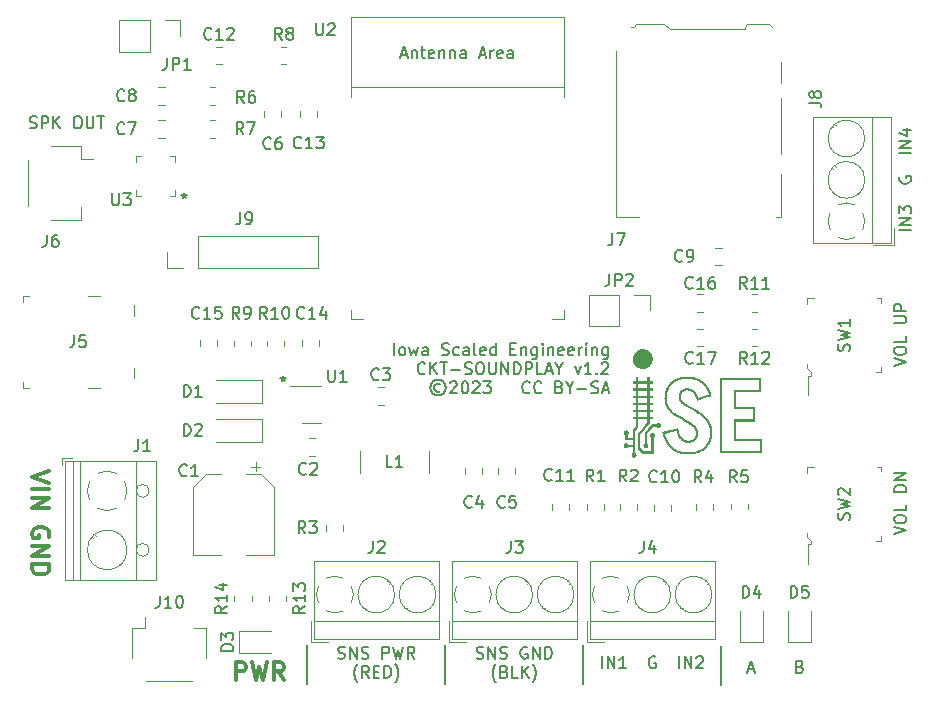
<source format=gto>
G04 #@! TF.GenerationSoftware,KiCad,Pcbnew,6.0.2+dfsg-1*
G04 #@! TF.CreationDate,2023-08-12T13:44:00-06:00*
G04 #@! TF.ProjectId,ckt-soundplay,636b742d-736f-4756-9e64-706c61792e6b,rev?*
G04 #@! TF.SameCoordinates,Original*
G04 #@! TF.FileFunction,Legend,Top*
G04 #@! TF.FilePolarity,Positive*
%FSLAX46Y46*%
G04 Gerber Fmt 4.6, Leading zero omitted, Abs format (unit mm)*
G04 Created by KiCad (PCBNEW 6.0.2+dfsg-1) date 2023-08-12 13:44:00*
%MOMM*%
%LPD*%
G01*
G04 APERTURE LIST*
%ADD10C,0.000000*%
%ADD11C,0.150000*%
%ADD12C,0.300000*%
%ADD13C,0.120000*%
%ADD14C,0.100000*%
G04 APERTURE END LIST*
D10*
G36*
X79417105Y-169295896D02*
G01*
X79431972Y-169297665D01*
X79446755Y-169300334D01*
X79461342Y-169303877D01*
X79475624Y-169308262D01*
X79489489Y-169313462D01*
X79502827Y-169319448D01*
X79515527Y-169326190D01*
X79527479Y-169333659D01*
X79538572Y-169341828D01*
X79543761Y-169346165D01*
X79548695Y-169350666D01*
X79553359Y-169355327D01*
X79557739Y-169360145D01*
X79566489Y-169370690D01*
X79574489Y-169381536D01*
X79581744Y-169392653D01*
X79588258Y-169404012D01*
X79594038Y-169415582D01*
X79599090Y-169427333D01*
X79603418Y-169439236D01*
X79607028Y-169451261D01*
X79609927Y-169463377D01*
X79612119Y-169475556D01*
X79613610Y-169487767D01*
X79614405Y-169499981D01*
X79614511Y-169512167D01*
X79613932Y-169524296D01*
X79612674Y-169536338D01*
X79610744Y-169548263D01*
X79608145Y-169560042D01*
X79604885Y-169571643D01*
X79600968Y-169583039D01*
X79596400Y-169594198D01*
X79591186Y-169605090D01*
X79585333Y-169615687D01*
X79578845Y-169625958D01*
X79571729Y-169635874D01*
X79563989Y-169645403D01*
X79555632Y-169654518D01*
X79546662Y-169663187D01*
X79537086Y-169671381D01*
X79526909Y-169679071D01*
X79516137Y-169686225D01*
X79504774Y-169692815D01*
X79492828Y-169698811D01*
X79482893Y-169703028D01*
X79472452Y-169706683D01*
X79461577Y-169709775D01*
X79450340Y-169712305D01*
X79438814Y-169714273D01*
X79427070Y-169715679D01*
X79415182Y-169716522D01*
X79403222Y-169716803D01*
X79391262Y-169716522D01*
X79379374Y-169715679D01*
X79367630Y-169714273D01*
X79356104Y-169712305D01*
X79344867Y-169709775D01*
X79333992Y-169706683D01*
X79323551Y-169703028D01*
X79313617Y-169698811D01*
X79306982Y-169695365D01*
X79299861Y-169691184D01*
X79292381Y-169686376D01*
X79284667Y-169681051D01*
X79276845Y-169675317D01*
X79269042Y-169669282D01*
X79261384Y-169663054D01*
X79253997Y-169656743D01*
X79247007Y-169650456D01*
X79240539Y-169644303D01*
X79234721Y-169638392D01*
X79229677Y-169632831D01*
X79225535Y-169627729D01*
X79223842Y-169625384D01*
X79222421Y-169623195D01*
X79221288Y-169621174D01*
X79220459Y-169619336D01*
X79219951Y-169617694D01*
X79219778Y-169616262D01*
X79219054Y-169615609D01*
X79216929Y-169614976D01*
X79208764Y-169613781D01*
X79195853Y-169612702D01*
X79178767Y-169611764D01*
X79158076Y-169610991D01*
X79134350Y-169610408D01*
X79080078Y-169609912D01*
X78940378Y-169609912D01*
X78684967Y-169932350D01*
X78429556Y-170255495D01*
X78429556Y-171047128D01*
X78447900Y-171057006D01*
X78453711Y-171060458D01*
X78459728Y-171064680D01*
X78465891Y-171069599D01*
X78472142Y-171075141D01*
X78478423Y-171081233D01*
X78484673Y-171087801D01*
X78490834Y-171094772D01*
X78496848Y-171102073D01*
X78502655Y-171109631D01*
X78508196Y-171117371D01*
X78513413Y-171125221D01*
X78518246Y-171133107D01*
X78522637Y-171140955D01*
X78526527Y-171148693D01*
X78529856Y-171156248D01*
X78532567Y-171163544D01*
X78535478Y-171173672D01*
X78537867Y-171184405D01*
X78539738Y-171195639D01*
X78541099Y-171207267D01*
X78541956Y-171219185D01*
X78542315Y-171231286D01*
X78542182Y-171243467D01*
X78541563Y-171255620D01*
X78540464Y-171267641D01*
X78538892Y-171279424D01*
X78536853Y-171290864D01*
X78534353Y-171301856D01*
X78531398Y-171312293D01*
X78527994Y-171322072D01*
X78524149Y-171331085D01*
X78519867Y-171339228D01*
X78511698Y-171352184D01*
X78503067Y-171364326D01*
X78493975Y-171375652D01*
X78484424Y-171386158D01*
X78474413Y-171395842D01*
X78463945Y-171404700D01*
X78453019Y-171412729D01*
X78441638Y-171419926D01*
X78429802Y-171426288D01*
X78417513Y-171431812D01*
X78404771Y-171436494D01*
X78391577Y-171440332D01*
X78377932Y-171443323D01*
X78363838Y-171445463D01*
X78349296Y-171446749D01*
X78334305Y-171447178D01*
X78323021Y-171446916D01*
X78311930Y-171446135D01*
X78301042Y-171444847D01*
X78290369Y-171443062D01*
X78279923Y-171440793D01*
X78269713Y-171438049D01*
X78259750Y-171434842D01*
X78250047Y-171431182D01*
X78240613Y-171427081D01*
X78231460Y-171422550D01*
X78222599Y-171417600D01*
X78214040Y-171412241D01*
X78205795Y-171406485D01*
X78197875Y-171400342D01*
X78190290Y-171393824D01*
X78183052Y-171386941D01*
X78176172Y-171379705D01*
X78169660Y-171372127D01*
X78163527Y-171364217D01*
X78157786Y-171355986D01*
X78152446Y-171347446D01*
X78147518Y-171338608D01*
X78143014Y-171329482D01*
X78138944Y-171320079D01*
X78135320Y-171310410D01*
X78132152Y-171300487D01*
X78129451Y-171290321D01*
X78127229Y-171279921D01*
X78125496Y-171269300D01*
X78124264Y-171258469D01*
X78123543Y-171247437D01*
X78123344Y-171236217D01*
X78123618Y-171223962D01*
X78124441Y-171212060D01*
X78125819Y-171200501D01*
X78127754Y-171189275D01*
X78130252Y-171178372D01*
X78133316Y-171167781D01*
X78136951Y-171157491D01*
X78141160Y-171147493D01*
X78145948Y-171137777D01*
X78151319Y-171128330D01*
X78157277Y-171119145D01*
X78163826Y-171110209D01*
X78170970Y-171101514D01*
X78178714Y-171093047D01*
X78187062Y-171084800D01*
X78196017Y-171076762D01*
X78232000Y-171045717D01*
X78232000Y-170180000D01*
X78537506Y-169793356D01*
X78842305Y-169406006D01*
X79029278Y-169405300D01*
X79216250Y-169404595D01*
X79235300Y-169377078D01*
X79239885Y-169370789D01*
X79244891Y-169364632D01*
X79250294Y-169358623D01*
X79256070Y-169352781D01*
X79262192Y-169347119D01*
X79268637Y-169341657D01*
X79275380Y-169336409D01*
X79282396Y-169331393D01*
X79289659Y-169326625D01*
X79297146Y-169322122D01*
X79304831Y-169317900D01*
X79312690Y-169313975D01*
X79320698Y-169310365D01*
X79328830Y-169307085D01*
X79337061Y-169304153D01*
X79345367Y-169301584D01*
X79352117Y-169299866D01*
X79358999Y-169298412D01*
X79373100Y-169296287D01*
X79387558Y-169295178D01*
X79402263Y-169295057D01*
X79417105Y-169295896D01*
G37*
G36*
X77230111Y-168396356D02*
G01*
X77230111Y-168170578D01*
X77484111Y-168170578D01*
X77681667Y-168170578D01*
X78450722Y-168170578D01*
X78450722Y-167796634D01*
X77681667Y-167796634D01*
X77681667Y-168170578D01*
X77484111Y-168170578D01*
X77484111Y-167796634D01*
X77230111Y-167796634D01*
X77230111Y-167570856D01*
X77484111Y-167570856D01*
X77681667Y-167570856D01*
X78450722Y-167570856D01*
X78450722Y-167196912D01*
X77681667Y-167196912D01*
X77681667Y-167570856D01*
X77484111Y-167570856D01*
X77484111Y-167196912D01*
X77230111Y-167196912D01*
X77230111Y-166978189D01*
X77484111Y-166978189D01*
X77681667Y-166978189D01*
X78450722Y-166978189D01*
X78450722Y-166604245D01*
X77681667Y-166604245D01*
X77681667Y-166978189D01*
X77484111Y-166978189D01*
X77484111Y-166604245D01*
X77230111Y-166604245D01*
X77230111Y-166378467D01*
X77484111Y-166378467D01*
X77681667Y-166378467D01*
X78450722Y-166378467D01*
X78450722Y-166004523D01*
X77681667Y-166004523D01*
X77681667Y-166378467D01*
X77484111Y-166378467D01*
X77484111Y-166004523D01*
X77230111Y-166004523D01*
X77230111Y-165785801D01*
X77484111Y-165785801D01*
X77484111Y-165433023D01*
X77681667Y-165433023D01*
X77681667Y-165785801D01*
X78450722Y-165785801D01*
X78450722Y-165433023D01*
X78648278Y-165433023D01*
X78648278Y-165785801D01*
X78902278Y-165785801D01*
X78902278Y-166004523D01*
X78648278Y-166004523D01*
X78648278Y-166378467D01*
X78902278Y-166378467D01*
X78902278Y-166604245D01*
X78648278Y-166604245D01*
X78648278Y-166978189D01*
X78902278Y-166978189D01*
X78902278Y-167196912D01*
X78648278Y-167196912D01*
X78648278Y-167570856D01*
X78902278Y-167570856D01*
X78902278Y-167796634D01*
X78648278Y-167796634D01*
X78648278Y-168170578D01*
X78902278Y-168170578D01*
X78902278Y-168396356D01*
X78648278Y-168396356D01*
X78648278Y-168763245D01*
X78902278Y-168763245D01*
X78902278Y-168996079D01*
X78648278Y-168996079D01*
X78648278Y-169324867D01*
X78256694Y-169819461D01*
X77865111Y-170314761D01*
X77865111Y-171426717D01*
X78136750Y-171698356D01*
X78803500Y-171698356D01*
X78803500Y-171113450D01*
X78803472Y-170923183D01*
X78803407Y-170845850D01*
X78803279Y-170779293D01*
X78803186Y-170749800D01*
X78803069Y-170722695D01*
X78802927Y-170697875D01*
X78802756Y-170675238D01*
X78802554Y-170654683D01*
X78802318Y-170636106D01*
X78802047Y-170619406D01*
X78801736Y-170604480D01*
X78801384Y-170591227D01*
X78800988Y-170579543D01*
X78800546Y-170569328D01*
X78800307Y-170564738D01*
X78800055Y-170560478D01*
X78799790Y-170556533D01*
X78799512Y-170552892D01*
X78799220Y-170549540D01*
X78798914Y-170546467D01*
X78798595Y-170543658D01*
X78798260Y-170541101D01*
X78797911Y-170538783D01*
X78797547Y-170536692D01*
X78797167Y-170534814D01*
X78796771Y-170533137D01*
X78796359Y-170531649D01*
X78795931Y-170530336D01*
X78795486Y-170529185D01*
X78795024Y-170528184D01*
X78794544Y-170527321D01*
X78794047Y-170526581D01*
X78793531Y-170525953D01*
X78792997Y-170525424D01*
X78792444Y-170524981D01*
X78791873Y-170524610D01*
X78791282Y-170524301D01*
X78790671Y-170524039D01*
X78789389Y-170523606D01*
X78787059Y-170522714D01*
X78784577Y-170521502D01*
X78779202Y-170518181D01*
X78773365Y-170513766D01*
X78767164Y-170508381D01*
X78760698Y-170502149D01*
X78754067Y-170495192D01*
X78747370Y-170487634D01*
X78740706Y-170479597D01*
X78734174Y-170471204D01*
X78727873Y-170462579D01*
X78721904Y-170453845D01*
X78716364Y-170445124D01*
X78711353Y-170436539D01*
X78706971Y-170428214D01*
X78703317Y-170420271D01*
X78700489Y-170412834D01*
X78697462Y-170402684D01*
X78694990Y-170392121D01*
X78693069Y-170381213D01*
X78691691Y-170370027D01*
X78690851Y-170358630D01*
X78690542Y-170347089D01*
X78690758Y-170335472D01*
X78691493Y-170323846D01*
X78692740Y-170312277D01*
X78694494Y-170300834D01*
X78696748Y-170289583D01*
X78699497Y-170278591D01*
X78702733Y-170267926D01*
X78706450Y-170257654D01*
X78710643Y-170247844D01*
X78715305Y-170238562D01*
X78719834Y-170230478D01*
X78724446Y-170222872D01*
X78729176Y-170215712D01*
X78734058Y-170208961D01*
X78739126Y-170202587D01*
X78744414Y-170196555D01*
X78749956Y-170190830D01*
X78755787Y-170185380D01*
X78761940Y-170180169D01*
X78768449Y-170175165D01*
X78775350Y-170170331D01*
X78782675Y-170165635D01*
X78790459Y-170161043D01*
X78798736Y-170156520D01*
X78807540Y-170152032D01*
X78816905Y-170147545D01*
X78828233Y-170142569D01*
X78833394Y-170140499D01*
X78838337Y-170138692D01*
X78843147Y-170137138D01*
X78847911Y-170135824D01*
X78852717Y-170134740D01*
X78857651Y-170133875D01*
X78862800Y-170133215D01*
X78868251Y-170132751D01*
X78874091Y-170132472D01*
X78880406Y-170132364D01*
X78887283Y-170132418D01*
X78894809Y-170132622D01*
X78912155Y-170133433D01*
X78924212Y-170134231D01*
X78935549Y-170135316D01*
X78946225Y-170136711D01*
X78956297Y-170138438D01*
X78965823Y-170140522D01*
X78974862Y-170142983D01*
X78983470Y-170145846D01*
X78991707Y-170149132D01*
X78999629Y-170152865D01*
X79007295Y-170157067D01*
X79014763Y-170161761D01*
X79022090Y-170166970D01*
X79029334Y-170172716D01*
X79036554Y-170179022D01*
X79043806Y-170185911D01*
X79051150Y-170193406D01*
X79059016Y-170201898D01*
X79066226Y-170210216D01*
X79072798Y-170218417D01*
X79078755Y-170226556D01*
X79084116Y-170234691D01*
X79088903Y-170242879D01*
X79093135Y-170251176D01*
X79096835Y-170259640D01*
X79100021Y-170268327D01*
X79102716Y-170277294D01*
X79104940Y-170286598D01*
X79106712Y-170296296D01*
X79108055Y-170306444D01*
X79108989Y-170317100D01*
X79109534Y-170328320D01*
X79109711Y-170340161D01*
X79109561Y-170353674D01*
X79108843Y-170366701D01*
X79107550Y-170379255D01*
X79105676Y-170391347D01*
X79103215Y-170402989D01*
X79100161Y-170414191D01*
X79096508Y-170424966D01*
X79092248Y-170435324D01*
X79087377Y-170445276D01*
X79084711Y-170450104D01*
X79081888Y-170454835D01*
X79078910Y-170459471D01*
X79075775Y-170464012D01*
X79069031Y-170472817D01*
X79061651Y-170481263D01*
X79053628Y-170489361D01*
X79044955Y-170497121D01*
X79035628Y-170504556D01*
X79001761Y-170530662D01*
X79001761Y-171212933D01*
X79001055Y-171895911D01*
X78052083Y-171895911D01*
X77860172Y-171704001D01*
X77667556Y-171511384D01*
X77667556Y-170238562D01*
X78059139Y-169743262D01*
X78450722Y-169248667D01*
X78450722Y-168996079D01*
X77681667Y-168996079D01*
X77681667Y-169318517D01*
X77680961Y-169641661D01*
X77554667Y-169800411D01*
X77428372Y-169959161D01*
X77427667Y-170904606D01*
X77427667Y-171850050D01*
X77462944Y-171880390D01*
X77472489Y-171888862D01*
X77481290Y-171897371D01*
X77489366Y-171905952D01*
X77496734Y-171914642D01*
X77503411Y-171923476D01*
X77509416Y-171932491D01*
X77514765Y-171941724D01*
X77519477Y-171951209D01*
X77523569Y-171960984D01*
X77527058Y-171971085D01*
X77529962Y-171981547D01*
X77532298Y-171992407D01*
X77534085Y-172003701D01*
X77535340Y-172015466D01*
X77536080Y-172027737D01*
X77536322Y-172040550D01*
X77536401Y-172057089D01*
X77536277Y-172064385D01*
X77536025Y-172071132D01*
X77535627Y-172077408D01*
X77535070Y-172083289D01*
X77534336Y-172088852D01*
X77533412Y-172094173D01*
X77532281Y-172099328D01*
X77530927Y-172104395D01*
X77529336Y-172109449D01*
X77527492Y-172114567D01*
X77525379Y-172119826D01*
X77522981Y-172125302D01*
X77520284Y-172131071D01*
X77517272Y-172137211D01*
X77509948Y-172150943D01*
X77502001Y-172163826D01*
X77493438Y-172175854D01*
X77484265Y-172187019D01*
X77474489Y-172197316D01*
X77464116Y-172206739D01*
X77453151Y-172215281D01*
X77441601Y-172222936D01*
X77429473Y-172229699D01*
X77416772Y-172235562D01*
X77403505Y-172240520D01*
X77389677Y-172244566D01*
X77375295Y-172247695D01*
X77360366Y-172249899D01*
X77344895Y-172251173D01*
X77328889Y-172251511D01*
X77316301Y-172251278D01*
X77304183Y-172250569D01*
X77292513Y-172249372D01*
X77281264Y-172247675D01*
X77270412Y-172245465D01*
X77259932Y-172242730D01*
X77249799Y-172239458D01*
X77239989Y-172235636D01*
X77230476Y-172231252D01*
X77221237Y-172226293D01*
X77212245Y-172220747D01*
X77203476Y-172214602D01*
X77194906Y-172207845D01*
X77186510Y-172200463D01*
X77178262Y-172192445D01*
X77170139Y-172183778D01*
X77162770Y-172175190D01*
X77156003Y-172166600D01*
X77149827Y-172157972D01*
X77144232Y-172149272D01*
X77139207Y-172140465D01*
X77134743Y-172131515D01*
X77130828Y-172122387D01*
X77127453Y-172113046D01*
X77124607Y-172103458D01*
X77122280Y-172093586D01*
X77120461Y-172083395D01*
X77119141Y-172072852D01*
X77118308Y-172061919D01*
X77117953Y-172050563D01*
X77118065Y-172038748D01*
X77118633Y-172026439D01*
X77119691Y-172014550D01*
X77121275Y-172002963D01*
X77123382Y-171991682D01*
X77126009Y-171980711D01*
X77129152Y-171970053D01*
X77132809Y-171959715D01*
X77136977Y-171949698D01*
X77141652Y-171940009D01*
X77146832Y-171930650D01*
X77152512Y-171921626D01*
X77158691Y-171912940D01*
X77165365Y-171904599D01*
X77172531Y-171896604D01*
X77180186Y-171888961D01*
X77188327Y-171881673D01*
X77196950Y-171874745D01*
X77230111Y-171850050D01*
X77230111Y-171338522D01*
X76866750Y-171338522D01*
X76835706Y-171374506D01*
X76826001Y-171385129D01*
X76815830Y-171394911D01*
X76805231Y-171403856D01*
X76794242Y-171411971D01*
X76782901Y-171419260D01*
X76771246Y-171425729D01*
X76759315Y-171431384D01*
X76747147Y-171436231D01*
X76734780Y-171440275D01*
X76722251Y-171443521D01*
X76709599Y-171445975D01*
X76696861Y-171447643D01*
X76684077Y-171448530D01*
X76671284Y-171448641D01*
X76658520Y-171447983D01*
X76645823Y-171446561D01*
X76633232Y-171444380D01*
X76620784Y-171441446D01*
X76608518Y-171437765D01*
X76596471Y-171433341D01*
X76584683Y-171428182D01*
X76573190Y-171422291D01*
X76562032Y-171415675D01*
X76551245Y-171408340D01*
X76540870Y-171400290D01*
X76530942Y-171391532D01*
X76521501Y-171382070D01*
X76512585Y-171371911D01*
X76504231Y-171361060D01*
X76496478Y-171349523D01*
X76489365Y-171337305D01*
X76482928Y-171324412D01*
X76479589Y-171316813D01*
X76476583Y-171309106D01*
X76473907Y-171301301D01*
X76471559Y-171293411D01*
X76469537Y-171285447D01*
X76467837Y-171277419D01*
X76466459Y-171269340D01*
X76465399Y-171261220D01*
X76464226Y-171244906D01*
X76464300Y-171228566D01*
X76465601Y-171212293D01*
X76468111Y-171196177D01*
X76471812Y-171180309D01*
X76476685Y-171164780D01*
X76482712Y-171149681D01*
X76489873Y-171135102D01*
X76493874Y-171128037D01*
X76498151Y-171121136D01*
X76502702Y-171114411D01*
X76507526Y-171107872D01*
X76512619Y-171101532D01*
X76517980Y-171095402D01*
X76523606Y-171089494D01*
X76529495Y-171083817D01*
X76537854Y-171076447D01*
X76546032Y-171069673D01*
X76554081Y-171063477D01*
X76562049Y-171057844D01*
X76569989Y-171052756D01*
X76577950Y-171048197D01*
X76585984Y-171044151D01*
X76594141Y-171040602D01*
X76602471Y-171037531D01*
X76611026Y-171034924D01*
X76619856Y-171032763D01*
X76629011Y-171031033D01*
X76638542Y-171029715D01*
X76648501Y-171028795D01*
X76658936Y-171028254D01*
X76669900Y-171028078D01*
X76683140Y-171028264D01*
X76695649Y-171028842D01*
X76707490Y-171029836D01*
X76718727Y-171031275D01*
X76729422Y-171033185D01*
X76739638Y-171035594D01*
X76749440Y-171038527D01*
X76758888Y-171042013D01*
X76768048Y-171046077D01*
X76776981Y-171050747D01*
X76785750Y-171056049D01*
X76794420Y-171062011D01*
X76803052Y-171068659D01*
X76811710Y-171076020D01*
X76820457Y-171084121D01*
X76829356Y-171092989D01*
X76870278Y-171133911D01*
X77230111Y-171133911D01*
X77230111Y-170731745D01*
X76573945Y-170731745D01*
X76573945Y-170326051D01*
X76537961Y-170295006D01*
X76526635Y-170284668D01*
X76516213Y-170273784D01*
X76506704Y-170262388D01*
X76498119Y-170250512D01*
X76490469Y-170238189D01*
X76483763Y-170225454D01*
X76478012Y-170212337D01*
X76473226Y-170198874D01*
X76469417Y-170185096D01*
X76466593Y-170171038D01*
X76464765Y-170156731D01*
X76463944Y-170142209D01*
X76464140Y-170127505D01*
X76465363Y-170112653D01*
X76467624Y-170097685D01*
X76470933Y-170082634D01*
X76476293Y-170064457D01*
X76482823Y-170047250D01*
X76486515Y-170039019D01*
X76490486Y-170031042D01*
X76494730Y-170023321D01*
X76499244Y-170015860D01*
X76504022Y-170008662D01*
X76509060Y-170001732D01*
X76514354Y-169995072D01*
X76519898Y-169988686D01*
X76525688Y-169982578D01*
X76531719Y-169976750D01*
X76537987Y-169971208D01*
X76544488Y-169965953D01*
X76551215Y-169960989D01*
X76558165Y-169956321D01*
X76565334Y-169951951D01*
X76572715Y-169947882D01*
X76580306Y-169944120D01*
X76588100Y-169940666D01*
X76596095Y-169937524D01*
X76604283Y-169934699D01*
X76612662Y-169932192D01*
X76621227Y-169930009D01*
X76638894Y-169926625D01*
X76657248Y-169924574D01*
X76676250Y-169923884D01*
X76684148Y-169924078D01*
X76691962Y-169924525D01*
X76699690Y-169925225D01*
X76707328Y-169926173D01*
X76714870Y-169927367D01*
X76722312Y-169928806D01*
X76729652Y-169930486D01*
X76736884Y-169932406D01*
X76744004Y-169934562D01*
X76751009Y-169936952D01*
X76757893Y-169939574D01*
X76764654Y-169942425D01*
X76771286Y-169945504D01*
X76777787Y-169948806D01*
X76784150Y-169952331D01*
X76790374Y-169956075D01*
X76796452Y-169960036D01*
X76802382Y-169964212D01*
X76808159Y-169968599D01*
X76813778Y-169973197D01*
X76819237Y-169978002D01*
X76824530Y-169983011D01*
X76829653Y-169988223D01*
X76834603Y-169993635D01*
X76839375Y-169999244D01*
X76843966Y-170005048D01*
X76848370Y-170011044D01*
X76852584Y-170017231D01*
X76856604Y-170023605D01*
X76860425Y-170030164D01*
X76864044Y-170036906D01*
X76867456Y-170043828D01*
X76871077Y-170052256D01*
X76874267Y-170061346D01*
X76877026Y-170071014D01*
X76879351Y-170081179D01*
X76881242Y-170091756D01*
X76882698Y-170102665D01*
X76883718Y-170113821D01*
X76884301Y-170125143D01*
X76884445Y-170136548D01*
X76884151Y-170147953D01*
X76883416Y-170159275D01*
X76882239Y-170170431D01*
X76880621Y-170181340D01*
X76878558Y-170191918D01*
X76876052Y-170202082D01*
X76873100Y-170211751D01*
X76870460Y-170218612D01*
X76867097Y-170225895D01*
X76863098Y-170233492D01*
X76858548Y-170241296D01*
X76853535Y-170249199D01*
X76848147Y-170257093D01*
X76842468Y-170264872D01*
X76836588Y-170272428D01*
X76830591Y-170279653D01*
X76824566Y-170286440D01*
X76818598Y-170292681D01*
X76812775Y-170298269D01*
X76807184Y-170303096D01*
X76801911Y-170307055D01*
X76799421Y-170308676D01*
X76797043Y-170310039D01*
X76794788Y-170311131D01*
X76792667Y-170311939D01*
X76790299Y-170312789D01*
X76788212Y-170313840D01*
X76786387Y-170315227D01*
X76784806Y-170317088D01*
X76783454Y-170319555D01*
X76782311Y-170322766D01*
X76781360Y-170326856D01*
X76780584Y-170331959D01*
X76779965Y-170338212D01*
X76779486Y-170345749D01*
X76778875Y-170365220D01*
X76778612Y-170391453D01*
X76778556Y-170425534D01*
X76778556Y-170534190D01*
X77230111Y-170534190D01*
X77230111Y-169883667D01*
X77357111Y-169724212D01*
X77484111Y-169564050D01*
X77484111Y-168996079D01*
X77230111Y-168996079D01*
X77230111Y-168763245D01*
X77484111Y-168763245D01*
X77681667Y-168763245D01*
X78450722Y-168763245D01*
X78450722Y-168396356D01*
X77681667Y-168396356D01*
X77681667Y-168763245D01*
X77484111Y-168763245D01*
X77484111Y-168396356D01*
X77230111Y-168396356D01*
G37*
G36*
X79726664Y-170116588D02*
G01*
X79721256Y-170092429D01*
X79717854Y-170073665D01*
X79716666Y-170060995D01*
X79716967Y-170057163D01*
X79717900Y-170055117D01*
X79932135Y-170006356D01*
X80396203Y-169906333D01*
X80859610Y-169808558D01*
X81071861Y-169766544D01*
X81072771Y-169768957D01*
X81074375Y-169774868D01*
X81079269Y-169795561D01*
X81085752Y-169825381D01*
X81093028Y-169861089D01*
X81109658Y-169939340D01*
X81128574Y-170014520D01*
X81149745Y-170086582D01*
X81173141Y-170155482D01*
X81198733Y-170221174D01*
X81226489Y-170283612D01*
X81256381Y-170342752D01*
X81288378Y-170398546D01*
X81305157Y-170425175D01*
X81322451Y-170450951D01*
X81340256Y-170475868D01*
X81358569Y-170499920D01*
X81377385Y-170523102D01*
X81396702Y-170545409D01*
X81416515Y-170566833D01*
X81436821Y-170587370D01*
X81457615Y-170607015D01*
X81478895Y-170625760D01*
X81500656Y-170643602D01*
X81522894Y-170660533D01*
X81545607Y-170676549D01*
X81568789Y-170691643D01*
X81592438Y-170705810D01*
X81616550Y-170719044D01*
X81647341Y-170734374D01*
X81678327Y-170748083D01*
X81709509Y-170760171D01*
X81740882Y-170770638D01*
X81772446Y-170779486D01*
X81804197Y-170786712D01*
X81836135Y-170792318D01*
X81868257Y-170796303D01*
X81900560Y-170798668D01*
X81933044Y-170799412D01*
X81965705Y-170798536D01*
X81998542Y-170796039D01*
X82031553Y-170791921D01*
X82064735Y-170786183D01*
X82098086Y-170778824D01*
X82131606Y-170769845D01*
X82180995Y-170753402D01*
X82227775Y-170733516D01*
X82271865Y-170710300D01*
X82313187Y-170683866D01*
X82351660Y-170654328D01*
X82387205Y-170621798D01*
X82419743Y-170586389D01*
X82449194Y-170548212D01*
X82475477Y-170507382D01*
X82498515Y-170464010D01*
X82518227Y-170418209D01*
X82534533Y-170370092D01*
X82547354Y-170319772D01*
X82556610Y-170267361D01*
X82562223Y-170212972D01*
X82564111Y-170156717D01*
X82563511Y-170125642D01*
X82561695Y-170095339D01*
X82558637Y-170065740D01*
X82554310Y-170036773D01*
X82548690Y-170008368D01*
X82541750Y-169980455D01*
X82533464Y-169952964D01*
X82523806Y-169925824D01*
X82512751Y-169898965D01*
X82500273Y-169872318D01*
X82486346Y-169845810D01*
X82470944Y-169819373D01*
X82454042Y-169792936D01*
X82435613Y-169766429D01*
X82415632Y-169739781D01*
X82394072Y-169712922D01*
X82365008Y-169679032D01*
X82334370Y-169645925D01*
X82301656Y-169613260D01*
X82266366Y-169580697D01*
X82228001Y-169547894D01*
X82186060Y-169514510D01*
X82140042Y-169480204D01*
X82089448Y-169444635D01*
X81972530Y-169368344D01*
X81831303Y-169282909D01*
X81661766Y-169185600D01*
X81459917Y-169073690D01*
X81296747Y-168983533D01*
X81156274Y-168904224D01*
X81035000Y-168833580D01*
X80929427Y-168769419D01*
X80836058Y-168709557D01*
X80751396Y-168651811D01*
X80671942Y-168594000D01*
X80594200Y-168533939D01*
X80553023Y-168499867D01*
X80507935Y-168460198D01*
X80460714Y-168416675D01*
X80413137Y-168371044D01*
X80366982Y-168325050D01*
X80324027Y-168280436D01*
X80286050Y-168238947D01*
X80269483Y-168219920D01*
X80254828Y-168202329D01*
X80209598Y-168143823D01*
X80167562Y-168084425D01*
X80128705Y-168024087D01*
X80093013Y-167962759D01*
X80060471Y-167900394D01*
X80031065Y-167836943D01*
X80004780Y-167772357D01*
X79981601Y-167706587D01*
X79961515Y-167639586D01*
X79944507Y-167571304D01*
X79930563Y-167501693D01*
X79919667Y-167430704D01*
X79911805Y-167358289D01*
X79906964Y-167284399D01*
X79905128Y-167208986D01*
X79906283Y-167132001D01*
X79910600Y-167046506D01*
X79917466Y-166963053D01*
X79926885Y-166881634D01*
X79938860Y-166802241D01*
X79953394Y-166724866D01*
X79970490Y-166649500D01*
X79990152Y-166576134D01*
X80012381Y-166504762D01*
X80037182Y-166435373D01*
X80064558Y-166367961D01*
X80094511Y-166302517D01*
X80127045Y-166239032D01*
X80162163Y-166177498D01*
X80199867Y-166117908D01*
X80240162Y-166060252D01*
X80283050Y-166004523D01*
X80294617Y-165990656D01*
X80307751Y-165975642D01*
X80337918Y-165942941D01*
X80371938Y-165907958D01*
X80408198Y-165872231D01*
X80445087Y-165837298D01*
X80480992Y-165804696D01*
X80514300Y-165775964D01*
X80529477Y-165763530D01*
X80543400Y-165752640D01*
X80596244Y-165714831D01*
X80651035Y-165678937D01*
X80707733Y-165644969D01*
X80766301Y-165612940D01*
X80826700Y-165582862D01*
X80888892Y-165554748D01*
X80952839Y-165528610D01*
X81018503Y-165504461D01*
X81085846Y-165482312D01*
X81154829Y-165462177D01*
X81225413Y-165444067D01*
X81297562Y-165427996D01*
X81371235Y-165413975D01*
X81446397Y-165402017D01*
X81523007Y-165392134D01*
X81601028Y-165384340D01*
X81648402Y-165381531D01*
X81710014Y-165379467D01*
X81780986Y-165378163D01*
X81856439Y-165377637D01*
X81931495Y-165377904D01*
X82001276Y-165378982D01*
X82060904Y-165380886D01*
X82105500Y-165383634D01*
X82261135Y-165402892D01*
X82411213Y-165431730D01*
X82484111Y-165449698D01*
X82555551Y-165470007D01*
X82625511Y-165492640D01*
X82693966Y-165517579D01*
X82760895Y-165544807D01*
X82826275Y-165574305D01*
X82890082Y-165606055D01*
X82952295Y-165640040D01*
X83012889Y-165676242D01*
X83071842Y-165714643D01*
X83129132Y-165755226D01*
X83184735Y-165797972D01*
X83238629Y-165842863D01*
X83290790Y-165889882D01*
X83341196Y-165939011D01*
X83389825Y-165990233D01*
X83436652Y-166043528D01*
X83481655Y-166098880D01*
X83524812Y-166156271D01*
X83566099Y-166215682D01*
X83605494Y-166277097D01*
X83642973Y-166340497D01*
X83678515Y-166405863D01*
X83712095Y-166473180D01*
X83743692Y-166542428D01*
X83773282Y-166613590D01*
X83826350Y-166761584D01*
X83837717Y-166797770D01*
X83849688Y-166838478D01*
X83861610Y-166881155D01*
X83872828Y-166923244D01*
X83882691Y-166962192D01*
X83890544Y-166995442D01*
X83895735Y-167020441D01*
X83897128Y-167029048D01*
X83897611Y-167034634D01*
X83895840Y-167036548D01*
X83890357Y-167039432D01*
X83867228Y-167048414D01*
X83765143Y-167081377D01*
X83574952Y-167138417D01*
X83280250Y-167224428D01*
X83040074Y-167293859D01*
X82843158Y-167350193D01*
X82709742Y-167387742D01*
X82673172Y-167397694D01*
X82660067Y-167400817D01*
X82658868Y-167398339D01*
X82656429Y-167392240D01*
X82648425Y-167370831D01*
X82637246Y-167339897D01*
X82624083Y-167302745D01*
X82593469Y-167219228D01*
X82562164Y-167141122D01*
X82530087Y-167068330D01*
X82497160Y-167000756D01*
X82463303Y-166938305D01*
X82428436Y-166880879D01*
X82410599Y-166854021D01*
X82392480Y-166828384D01*
X82374068Y-166803955D01*
X82355355Y-166780722D01*
X82336329Y-166758674D01*
X82316981Y-166737798D01*
X82297301Y-166718083D01*
X82277279Y-166699516D01*
X82256905Y-166682085D01*
X82236170Y-166665779D01*
X82215062Y-166650585D01*
X82193573Y-166636491D01*
X82171692Y-166623486D01*
X82149409Y-166611557D01*
X82126715Y-166600692D01*
X82103600Y-166590879D01*
X82080052Y-166582107D01*
X82056064Y-166574363D01*
X82031624Y-166567635D01*
X82006722Y-166561912D01*
X81990067Y-166558671D01*
X81972234Y-166555828D01*
X81953403Y-166553383D01*
X81933752Y-166551339D01*
X81892707Y-166548455D01*
X81850530Y-166547183D01*
X81808650Y-166547532D01*
X81768498Y-166549510D01*
X81749517Y-166551112D01*
X81731505Y-166553124D01*
X81714639Y-166555548D01*
X81699100Y-166558384D01*
X81653607Y-166569482D01*
X81610784Y-166583201D01*
X81570624Y-166599552D01*
X81533118Y-166618544D01*
X81515358Y-166629033D01*
X81498258Y-166640185D01*
X81481817Y-166652003D01*
X81466035Y-166664486D01*
X81450910Y-166677636D01*
X81436442Y-166691455D01*
X81422628Y-166705944D01*
X81409469Y-166721103D01*
X81396963Y-166736933D01*
X81385110Y-166753437D01*
X81373907Y-166770615D01*
X81363355Y-166788468D01*
X81344196Y-166826205D01*
X81327625Y-166866657D01*
X81313634Y-166909833D01*
X81302214Y-166955743D01*
X81293357Y-167004395D01*
X81287055Y-167055801D01*
X81285239Y-167077255D01*
X81284033Y-167097756D01*
X81283454Y-167117394D01*
X81283517Y-167136256D01*
X81284237Y-167154432D01*
X81285629Y-167172010D01*
X81287710Y-167189081D01*
X81290495Y-167205731D01*
X81293999Y-167222051D01*
X81298238Y-167238129D01*
X81303228Y-167254054D01*
X81308983Y-167269915D01*
X81315520Y-167285800D01*
X81322853Y-167301800D01*
X81330999Y-167318002D01*
X81339972Y-167334495D01*
X81351343Y-167353720D01*
X81364030Y-167373039D01*
X81378044Y-167392461D01*
X81393396Y-167411996D01*
X81410096Y-167431655D01*
X81428153Y-167451449D01*
X81447579Y-167471388D01*
X81468383Y-167491481D01*
X81490577Y-167511740D01*
X81514170Y-167532175D01*
X81539173Y-167552795D01*
X81565596Y-167573612D01*
X81593449Y-167594636D01*
X81622743Y-167615877D01*
X81653488Y-167637345D01*
X81685694Y-167659051D01*
X81731193Y-167688749D01*
X81776898Y-167717512D01*
X81825531Y-167746921D01*
X81879810Y-167778554D01*
X82016192Y-167854809D01*
X82207805Y-167958912D01*
X82338874Y-168029675D01*
X82451487Y-168091237D01*
X82548622Y-168145307D01*
X82633256Y-168193597D01*
X82708364Y-168237820D01*
X82776924Y-168279686D01*
X82841912Y-168320907D01*
X82906305Y-168363195D01*
X83028395Y-168448220D01*
X83142323Y-168534603D01*
X83248196Y-168622512D01*
X83346120Y-168712114D01*
X83436202Y-168803576D01*
X83518547Y-168897066D01*
X83593263Y-168992751D01*
X83660456Y-169090799D01*
X83720233Y-169191377D01*
X83772699Y-169294652D01*
X83817961Y-169400793D01*
X83856127Y-169509965D01*
X83887301Y-169622338D01*
X83911591Y-169738077D01*
X83929103Y-169857352D01*
X83939944Y-169980328D01*
X83942968Y-170055908D01*
X83943097Y-170133853D01*
X83940416Y-170213220D01*
X83935005Y-170293066D01*
X83926949Y-170372449D01*
X83916330Y-170450427D01*
X83903230Y-170526056D01*
X83887733Y-170598395D01*
X83851634Y-170729673D01*
X83806707Y-170855369D01*
X83753152Y-170975305D01*
X83691170Y-171089307D01*
X83620960Y-171197199D01*
X83542725Y-171298805D01*
X83456663Y-171393949D01*
X83362976Y-171482456D01*
X83261864Y-171564150D01*
X83153528Y-171638855D01*
X83038168Y-171706396D01*
X82915985Y-171766596D01*
X82787179Y-171819281D01*
X82651950Y-171864274D01*
X82510499Y-171901400D01*
X82363028Y-171930483D01*
X82256774Y-171945822D01*
X82147469Y-171957416D01*
X82036561Y-171965223D01*
X81925495Y-171969201D01*
X81815719Y-171969310D01*
X81708680Y-171965508D01*
X81605825Y-171957754D01*
X81556418Y-171952382D01*
X81508600Y-171946006D01*
X81393831Y-171926122D01*
X81282368Y-171900874D01*
X81174224Y-171870269D01*
X81069414Y-171834319D01*
X80967953Y-171793031D01*
X80869855Y-171746415D01*
X80775134Y-171694481D01*
X80683806Y-171637237D01*
X80595884Y-171574694D01*
X80511383Y-171506859D01*
X80430317Y-171433744D01*
X80352702Y-171355357D01*
X80278550Y-171271706D01*
X80207878Y-171182803D01*
X80140699Y-171088655D01*
X80077028Y-170989273D01*
X80053448Y-170948698D01*
X80026900Y-170900020D01*
X79998583Y-170845653D01*
X79969695Y-170788013D01*
X79941436Y-170729512D01*
X79915003Y-170672566D01*
X79891597Y-170619589D01*
X79872416Y-170572995D01*
X79845375Y-170501199D01*
X79817218Y-170420242D01*
X79789606Y-170335713D01*
X79764202Y-170253202D01*
X79749341Y-170201512D01*
X79945560Y-170201512D01*
X79945794Y-170204959D01*
X79946491Y-170209291D01*
X79947666Y-170214629D01*
X79949332Y-170221093D01*
X79951505Y-170228805D01*
X79957428Y-170248454D01*
X79965550Y-170274545D01*
X79983892Y-170331130D01*
X80003179Y-170387071D01*
X80023379Y-170442303D01*
X80044462Y-170496762D01*
X80066397Y-170550381D01*
X80089152Y-170603095D01*
X80112697Y-170654840D01*
X80137000Y-170705551D01*
X80162031Y-170755162D01*
X80187759Y-170803608D01*
X80214152Y-170850824D01*
X80241180Y-170896745D01*
X80268811Y-170941307D01*
X80297015Y-170984442D01*
X80325761Y-171026088D01*
X80355017Y-171066178D01*
X80416255Y-171143703D01*
X80480129Y-171216745D01*
X80546661Y-171285318D01*
X80615874Y-171349437D01*
X80687791Y-171409115D01*
X80762434Y-171464368D01*
X80839826Y-171515209D01*
X80919990Y-171561655D01*
X81002949Y-171603717D01*
X81088726Y-171641413D01*
X81177342Y-171674755D01*
X81268821Y-171703758D01*
X81363186Y-171728437D01*
X81460460Y-171748806D01*
X81560664Y-171764880D01*
X81663822Y-171776672D01*
X81719564Y-171780262D01*
X81787361Y-171782107D01*
X81863326Y-171782315D01*
X81943575Y-171780994D01*
X82024221Y-171778250D01*
X82101377Y-171774192D01*
X82171158Y-171768926D01*
X82229678Y-171762561D01*
X82312312Y-171750192D01*
X82392736Y-171735571D01*
X82470956Y-171718697D01*
X82546979Y-171699568D01*
X82620811Y-171678182D01*
X82692459Y-171654537D01*
X82761927Y-171628630D01*
X82829223Y-171600460D01*
X82894353Y-171570024D01*
X82957323Y-171537321D01*
X83018139Y-171502348D01*
X83076807Y-171465104D01*
X83133334Y-171425585D01*
X83187726Y-171383791D01*
X83239988Y-171339719D01*
X83290128Y-171293367D01*
X83336104Y-171246931D01*
X83379595Y-171199131D01*
X83420631Y-171149909D01*
X83459240Y-171099207D01*
X83495452Y-171046967D01*
X83529294Y-170993131D01*
X83560797Y-170937642D01*
X83589989Y-170880441D01*
X83616898Y-170821470D01*
X83641555Y-170760673D01*
X83663987Y-170697990D01*
X83684225Y-170633364D01*
X83702296Y-170566737D01*
X83718229Y-170498052D01*
X83732054Y-170427249D01*
X83743800Y-170354273D01*
X83746373Y-170332975D01*
X83748538Y-170307089D01*
X83751671Y-170244162D01*
X83753251Y-170170718D01*
X83753325Y-170091982D01*
X83751944Y-170013181D01*
X83749158Y-169939538D01*
X83745015Y-169876281D01*
X83739566Y-169828634D01*
X83732839Y-169789887D01*
X83724507Y-169748057D01*
X83714886Y-169704424D01*
X83704289Y-169660270D01*
X83693030Y-169616877D01*
X83681425Y-169575527D01*
X83669786Y-169537500D01*
X83658428Y-169504078D01*
X83647573Y-169475718D01*
X83635683Y-169446796D01*
X83622816Y-169417411D01*
X83609028Y-169387662D01*
X83594375Y-169357648D01*
X83578916Y-169327469D01*
X83545803Y-169267012D01*
X83510144Y-169207083D01*
X83472392Y-169148478D01*
X83452874Y-169119920D01*
X83433004Y-169091990D01*
X83412838Y-169064787D01*
X83392433Y-169038411D01*
X83378645Y-169021679D01*
X83362360Y-169002908D01*
X83323564Y-168960492D01*
X83278567Y-168913644D01*
X83229891Y-168864845D01*
X83180057Y-168816575D01*
X83131587Y-168771315D01*
X83087004Y-168731545D01*
X83048828Y-168699745D01*
X82961368Y-168632533D01*
X82874478Y-168569372D01*
X82783901Y-168507633D01*
X82685379Y-168444687D01*
X82574652Y-168377904D01*
X82447463Y-168304656D01*
X82299554Y-168222313D01*
X82126667Y-168128245D01*
X81952726Y-168033519D01*
X81807634Y-167952385D01*
X81744648Y-167916099D01*
X81687363Y-167882232D01*
X81635277Y-167850457D01*
X81587887Y-167820446D01*
X81544688Y-167791875D01*
X81505178Y-167764415D01*
X81468854Y-167737741D01*
X81435211Y-167711526D01*
X81403747Y-167685443D01*
X81373959Y-167659166D01*
X81345342Y-167632368D01*
X81317394Y-167604723D01*
X81290637Y-167576989D01*
X81265892Y-167549807D01*
X81243101Y-167523064D01*
X81222210Y-167496651D01*
X81203164Y-167470458D01*
X81185905Y-167444373D01*
X81170378Y-167418286D01*
X81156528Y-167392086D01*
X81144298Y-167365663D01*
X81133633Y-167338906D01*
X81124477Y-167311705D01*
X81116774Y-167283949D01*
X81110468Y-167255527D01*
X81105504Y-167226329D01*
X81101826Y-167196244D01*
X81099378Y-167165162D01*
X81097688Y-167116308D01*
X81098661Y-167067752D01*
X81102230Y-167019662D01*
X81108330Y-166972203D01*
X81116893Y-166925543D01*
X81127854Y-166879846D01*
X81141146Y-166835280D01*
X81156704Y-166792011D01*
X81174462Y-166750206D01*
X81194352Y-166710030D01*
X81216310Y-166671651D01*
X81240268Y-166635234D01*
X81266162Y-166600947D01*
X81293924Y-166568955D01*
X81323488Y-166539425D01*
X81338926Y-166525635D01*
X81354789Y-166512523D01*
X81401371Y-166479089D01*
X81451651Y-166449709D01*
X81505177Y-166424401D01*
X81561495Y-166403184D01*
X81620152Y-166386076D01*
X81680698Y-166373096D01*
X81742677Y-166364262D01*
X81805639Y-166359594D01*
X81869129Y-166359109D01*
X81932697Y-166362827D01*
X81995888Y-166370765D01*
X82058250Y-166382943D01*
X82119330Y-166399379D01*
X82178677Y-166420092D01*
X82235836Y-166445100D01*
X82290356Y-166474423D01*
X82306199Y-166484437D01*
X82323178Y-166496362D01*
X82341103Y-166510010D01*
X82359787Y-166525190D01*
X82379041Y-166541713D01*
X82398678Y-166559391D01*
X82418509Y-166578035D01*
X82438346Y-166597454D01*
X82458001Y-166617461D01*
X82477286Y-166637865D01*
X82496014Y-166658478D01*
X82513995Y-166679111D01*
X82531041Y-166699574D01*
X82546966Y-166719679D01*
X82561579Y-166739236D01*
X82574695Y-166758056D01*
X82596765Y-166793009D01*
X82619762Y-166832095D01*
X82643156Y-166874291D01*
X82666417Y-166918570D01*
X82689017Y-166963908D01*
X82710426Y-167009278D01*
X82730115Y-167053657D01*
X82747555Y-167096018D01*
X82751891Y-167106904D01*
X82755915Y-167116829D01*
X82759645Y-167125823D01*
X82763100Y-167133919D01*
X82766298Y-167141146D01*
X82769259Y-167147537D01*
X82770657Y-167150427D01*
X82772001Y-167153121D01*
X82773296Y-167155620D01*
X82774543Y-167157930D01*
X82775744Y-167160053D01*
X82776902Y-167161995D01*
X82778020Y-167163758D01*
X82779099Y-167165346D01*
X82780141Y-167166764D01*
X82781150Y-167168016D01*
X82782127Y-167169105D01*
X82783076Y-167170034D01*
X82783997Y-167170809D01*
X82784894Y-167171433D01*
X82785768Y-167171909D01*
X82786623Y-167172242D01*
X82787460Y-167172435D01*
X82788281Y-167172493D01*
X82789090Y-167172419D01*
X82789889Y-167172217D01*
X83227333Y-167045217D01*
X83532221Y-166956582D01*
X83627681Y-166928239D01*
X83654942Y-166919884D01*
X83666189Y-166916101D01*
X83667915Y-166915252D01*
X83669379Y-166914239D01*
X83670568Y-166912980D01*
X83671469Y-166911393D01*
X83672069Y-166909397D01*
X83672353Y-166906911D01*
X83672308Y-166903851D01*
X83671921Y-166900137D01*
X83671179Y-166895688D01*
X83670068Y-166890421D01*
X83666685Y-166877108D01*
X83661665Y-166859545D01*
X83654900Y-166837078D01*
X83640288Y-166791663D01*
X83624518Y-166746478D01*
X83607627Y-166701586D01*
X83589647Y-166657051D01*
X83570613Y-166612939D01*
X83550559Y-166569312D01*
X83529519Y-166526235D01*
X83507527Y-166483771D01*
X83484617Y-166441986D01*
X83460824Y-166400943D01*
X83436181Y-166360706D01*
X83410722Y-166321339D01*
X83384483Y-166282907D01*
X83357496Y-166245473D01*
X83329795Y-166209101D01*
X83301416Y-166173856D01*
X83288878Y-166159158D01*
X83274928Y-166143487D01*
X83243495Y-166109893D01*
X83208523Y-166074414D01*
X83171418Y-166038390D01*
X83133585Y-166003159D01*
X83096430Y-165970061D01*
X83061359Y-165940436D01*
X83045044Y-165927344D01*
X83029778Y-165915623D01*
X82984291Y-165882689D01*
X82937778Y-165851355D01*
X82890222Y-165821614D01*
X82841604Y-165793462D01*
X82791907Y-165766894D01*
X82741113Y-165741903D01*
X82689205Y-165718486D01*
X82636166Y-165696636D01*
X82581977Y-165676349D01*
X82526622Y-165657620D01*
X82470082Y-165640443D01*
X82412340Y-165624813D01*
X82353378Y-165610725D01*
X82293179Y-165598174D01*
X82231726Y-165587155D01*
X82169000Y-165577662D01*
X82122793Y-165572983D01*
X82060620Y-165569074D01*
X81987615Y-165566041D01*
X81908914Y-165563992D01*
X81829651Y-165563034D01*
X81754960Y-165563275D01*
X81689976Y-165564823D01*
X81639833Y-165567784D01*
X81478796Y-165586542D01*
X81401438Y-165599164D01*
X81326199Y-165613937D01*
X81253086Y-165630854D01*
X81182111Y-165649906D01*
X81113280Y-165671087D01*
X81046604Y-165694387D01*
X80982091Y-165719800D01*
X80919751Y-165747318D01*
X80859591Y-165776933D01*
X80801621Y-165808638D01*
X80745850Y-165842423D01*
X80692287Y-165878283D01*
X80640940Y-165916209D01*
X80591819Y-165956192D01*
X80544932Y-165998227D01*
X80500289Y-166042304D01*
X80457898Y-166088416D01*
X80417768Y-166136555D01*
X80379909Y-166186714D01*
X80344328Y-166238885D01*
X80311036Y-166293060D01*
X80280040Y-166349231D01*
X80251351Y-166407390D01*
X80224976Y-166467531D01*
X80200924Y-166529644D01*
X80179205Y-166593722D01*
X80159828Y-166659758D01*
X80142801Y-166727744D01*
X80128133Y-166797672D01*
X80115833Y-166869534D01*
X80108317Y-166923473D01*
X80102172Y-166977030D01*
X80097394Y-167030140D01*
X80093983Y-167082733D01*
X80091937Y-167134743D01*
X80091252Y-167186104D01*
X80091928Y-167236747D01*
X80093961Y-167286605D01*
X80097351Y-167335612D01*
X80102094Y-167383701D01*
X80108190Y-167430803D01*
X80115635Y-167476852D01*
X80124428Y-167521781D01*
X80134567Y-167565522D01*
X80146049Y-167608008D01*
X80158872Y-167649173D01*
X80173190Y-167690035D01*
X80189378Y-167731068D01*
X80207370Y-167772178D01*
X80227102Y-167813269D01*
X80248508Y-167854250D01*
X80271523Y-167895024D01*
X80296082Y-167935499D01*
X80322120Y-167975580D01*
X80349572Y-168015174D01*
X80378373Y-168054185D01*
X80408458Y-168092520D01*
X80439761Y-168130086D01*
X80472217Y-168166787D01*
X80505762Y-168202531D01*
X80540330Y-168237222D01*
X80575856Y-168270767D01*
X80659927Y-168344699D01*
X80746909Y-168415208D01*
X80840571Y-168484757D01*
X80944685Y-168555811D01*
X81063020Y-168630835D01*
X81199346Y-168712291D01*
X81357435Y-168802643D01*
X81541055Y-168904356D01*
X81746813Y-169017939D01*
X81828839Y-169064011D01*
X81899654Y-169104469D01*
X81961274Y-169140462D01*
X82015718Y-169173140D01*
X82065002Y-169203651D01*
X82111144Y-169233145D01*
X82171355Y-169273422D01*
X82227969Y-169313103D01*
X82281094Y-169352302D01*
X82330837Y-169391134D01*
X82377305Y-169429714D01*
X82420608Y-169468157D01*
X82460850Y-169506577D01*
X82498142Y-169545089D01*
X82532588Y-169583807D01*
X82564298Y-169622847D01*
X82593379Y-169662323D01*
X82619938Y-169702350D01*
X82644083Y-169743043D01*
X82665920Y-169784516D01*
X82685559Y-169826884D01*
X82703105Y-169870262D01*
X82712869Y-169898410D01*
X82721521Y-169927734D01*
X82729057Y-169958104D01*
X82735473Y-169989390D01*
X82740764Y-170021462D01*
X82744926Y-170054188D01*
X82747956Y-170087440D01*
X82749848Y-170121087D01*
X82750600Y-170154998D01*
X82750207Y-170189043D01*
X82748664Y-170223093D01*
X82745968Y-170257016D01*
X82742114Y-170290684D01*
X82737099Y-170323964D01*
X82730918Y-170356728D01*
X82723567Y-170388845D01*
X82704274Y-170454064D01*
X82680614Y-170516035D01*
X82652720Y-170574654D01*
X82620721Y-170629815D01*
X82584749Y-170681411D01*
X82544936Y-170729339D01*
X82501412Y-170773492D01*
X82454309Y-170813766D01*
X82403758Y-170850054D01*
X82349891Y-170882252D01*
X82292838Y-170910253D01*
X82232732Y-170933953D01*
X82169702Y-170953246D01*
X82103881Y-170968026D01*
X82035399Y-170978189D01*
X81964389Y-170983628D01*
X81920716Y-170984417D01*
X81877558Y-170983097D01*
X81834939Y-170979689D01*
X81792886Y-170974217D01*
X81751426Y-170966705D01*
X81710584Y-170957175D01*
X81670387Y-170945651D01*
X81630860Y-170932156D01*
X81592029Y-170916712D01*
X81553921Y-170899343D01*
X81516562Y-170880072D01*
X81479978Y-170858923D01*
X81444195Y-170835917D01*
X81409239Y-170811079D01*
X81375136Y-170784432D01*
X81341913Y-170755998D01*
X81309594Y-170725801D01*
X81278208Y-170693864D01*
X81247778Y-170660210D01*
X81218333Y-170624863D01*
X81162497Y-170549178D01*
X81110909Y-170466996D01*
X81063778Y-170378501D01*
X81021312Y-170283878D01*
X80983720Y-170183313D01*
X80951211Y-170076989D01*
X80946501Y-170059160D01*
X80941973Y-170042439D01*
X80937742Y-170027206D01*
X80933925Y-170013842D01*
X80930637Y-170002727D01*
X80927994Y-169994241D01*
X80926112Y-169988765D01*
X80925492Y-169987274D01*
X80925106Y-169986679D01*
X80460233Y-170083780D01*
X79955672Y-170191995D01*
X79950830Y-170193314D01*
X79948966Y-170194151D01*
X79947492Y-170195269D01*
X79946424Y-170196788D01*
X79945775Y-170198828D01*
X79945560Y-170201512D01*
X79749341Y-170201512D01*
X79742667Y-170178297D01*
X79726664Y-170116588D01*
G37*
G36*
X78083128Y-163056536D02*
G01*
X78125726Y-163057883D01*
X78165413Y-163060041D01*
X78199412Y-163062960D01*
X78213410Y-163064689D01*
X78224944Y-163066590D01*
X78255692Y-163072971D01*
X78286014Y-163080469D01*
X78315897Y-163089075D01*
X78345330Y-163098781D01*
X78374300Y-163109578D01*
X78402794Y-163121458D01*
X78430801Y-163134413D01*
X78458307Y-163148434D01*
X78485301Y-163163514D01*
X78511769Y-163179644D01*
X78537701Y-163196816D01*
X78563082Y-163215021D01*
X78587901Y-163234252D01*
X78612146Y-163254499D01*
X78635803Y-163275755D01*
X78658861Y-163298012D01*
X78678696Y-163318492D01*
X78697720Y-163339448D01*
X78715932Y-163360878D01*
X78733330Y-163382778D01*
X78749914Y-163405145D01*
X78765682Y-163427976D01*
X78780634Y-163451268D01*
X78794769Y-163475018D01*
X78808085Y-163499223D01*
X78820581Y-163523879D01*
X78832256Y-163548984D01*
X78843110Y-163574535D01*
X78853142Y-163600527D01*
X78862349Y-163626959D01*
X78870732Y-163653827D01*
X78878289Y-163681128D01*
X78884780Y-163708530D01*
X78890234Y-163736931D01*
X78894654Y-163766187D01*
X78898044Y-163796156D01*
X78900410Y-163826696D01*
X78901754Y-163857663D01*
X78902081Y-163888916D01*
X78901396Y-163920312D01*
X78899701Y-163951707D01*
X78897003Y-163982960D01*
X78893303Y-164013928D01*
X78888607Y-164044468D01*
X78882920Y-164074437D01*
X78876244Y-164103693D01*
X78868584Y-164132093D01*
X78859944Y-164159495D01*
X78851450Y-164183436D01*
X78842361Y-164206857D01*
X78832659Y-164229784D01*
X78822329Y-164252243D01*
X78811355Y-164274259D01*
X78799719Y-164295859D01*
X78787404Y-164317068D01*
X78774396Y-164337912D01*
X78760676Y-164358418D01*
X78746229Y-164378610D01*
X78731037Y-164398515D01*
X78715085Y-164418158D01*
X78698356Y-164437566D01*
X78680833Y-164456764D01*
X78662499Y-164475778D01*
X78643339Y-164494634D01*
X78615342Y-164520580D01*
X78586644Y-164544975D01*
X78557239Y-164567822D01*
X78527121Y-164589123D01*
X78496283Y-164608883D01*
X78464720Y-164627103D01*
X78432426Y-164643788D01*
X78399393Y-164658940D01*
X78365616Y-164672563D01*
X78331089Y-164684659D01*
X78295806Y-164695231D01*
X78259759Y-164704283D01*
X78222944Y-164711818D01*
X78185353Y-164717839D01*
X78146982Y-164722349D01*
X78107822Y-164725351D01*
X78064097Y-164726679D01*
X78020554Y-164725655D01*
X77977275Y-164722310D01*
X77934344Y-164716674D01*
X77891842Y-164708777D01*
X77849853Y-164698648D01*
X77808460Y-164686318D01*
X77767744Y-164671817D01*
X77727790Y-164655174D01*
X77688678Y-164636419D01*
X77650493Y-164615583D01*
X77613316Y-164592695D01*
X77577231Y-164567786D01*
X77542320Y-164540885D01*
X77508665Y-164512023D01*
X77476350Y-164481228D01*
X77446958Y-164450583D01*
X77419381Y-164418991D01*
X77393628Y-164386481D01*
X77369712Y-164353082D01*
X77347644Y-164318823D01*
X77327435Y-164283733D01*
X77309097Y-164247842D01*
X77292641Y-164211177D01*
X77278078Y-164173768D01*
X77265421Y-164135644D01*
X77254679Y-164096834D01*
X77245865Y-164057366D01*
X77238990Y-164017270D01*
X77234065Y-163976574D01*
X77231101Y-163935308D01*
X77230111Y-163893500D01*
X77230867Y-163857027D01*
X77233119Y-163820918D01*
X77236838Y-163785208D01*
X77241999Y-163749931D01*
X77248576Y-163715121D01*
X77256542Y-163680813D01*
X77265870Y-163647040D01*
X77276535Y-163613836D01*
X77288508Y-163581236D01*
X77301765Y-163549274D01*
X77316278Y-163517983D01*
X77332021Y-163487399D01*
X77348968Y-163457554D01*
X77367092Y-163428483D01*
X77386366Y-163400221D01*
X77406765Y-163372801D01*
X77428261Y-163346257D01*
X77450828Y-163320624D01*
X77474440Y-163295936D01*
X77499070Y-163272226D01*
X77524691Y-163249529D01*
X77551278Y-163227880D01*
X77578804Y-163207311D01*
X77607242Y-163187857D01*
X77636565Y-163169553D01*
X77666748Y-163152432D01*
X77697763Y-163136529D01*
X77729585Y-163121877D01*
X77762187Y-163108511D01*
X77795542Y-163096464D01*
X77829623Y-163085772D01*
X77864406Y-163076468D01*
X77887005Y-163071154D01*
X77908679Y-163066237D01*
X77918383Y-163064134D01*
X77926913Y-163062379D01*
X77933955Y-163061053D01*
X77939194Y-163060240D01*
X77951225Y-163058916D01*
X77965653Y-163057850D01*
X78000313Y-163056469D01*
X78040398Y-163056048D01*
X78083128Y-163056536D01*
G37*
D11*
X49657000Y-188087000D02*
X49657000Y-191389000D01*
X61341000Y-188087000D02*
X61341000Y-191389000D01*
X73025000Y-188087000D02*
X73025000Y-191389000D01*
X84709000Y-188214000D02*
X84709000Y-191516000D01*
D10*
G36*
X88074500Y-165461245D02*
G01*
X88074500Y-166703023D01*
X86000166Y-166703023D01*
X86000166Y-167951856D01*
X87580611Y-167951856D01*
X87580611Y-169186578D01*
X86000166Y-169186578D01*
X86000166Y-170647078D01*
X88159167Y-170647078D01*
X88159167Y-171881800D01*
X84624333Y-171881800D01*
X84624333Y-171698356D01*
X84807777Y-171698356D01*
X87975722Y-171698356D01*
X87975722Y-170830523D01*
X85816721Y-170830523D01*
X85816721Y-169003134D01*
X87397166Y-169003134D01*
X87397166Y-168135301D01*
X85816721Y-168135301D01*
X85816721Y-166512523D01*
X87891055Y-166512523D01*
X87891055Y-165644690D01*
X84807777Y-165644690D01*
X84807777Y-171698356D01*
X84624333Y-171698356D01*
X84624333Y-165461245D01*
X88074500Y-165461245D01*
G37*
D11*
X63992523Y-189210761D02*
X64135380Y-189258380D01*
X64373476Y-189258380D01*
X64468714Y-189210761D01*
X64516333Y-189163142D01*
X64563952Y-189067904D01*
X64563952Y-188972666D01*
X64516333Y-188877428D01*
X64468714Y-188829809D01*
X64373476Y-188782190D01*
X64183000Y-188734571D01*
X64087761Y-188686952D01*
X64040142Y-188639333D01*
X63992523Y-188544095D01*
X63992523Y-188448857D01*
X64040142Y-188353619D01*
X64087761Y-188306000D01*
X64183000Y-188258380D01*
X64421095Y-188258380D01*
X64563952Y-188306000D01*
X64992523Y-189258380D02*
X64992523Y-188258380D01*
X65563952Y-189258380D01*
X65563952Y-188258380D01*
X65992523Y-189210761D02*
X66135380Y-189258380D01*
X66373476Y-189258380D01*
X66468714Y-189210761D01*
X66516333Y-189163142D01*
X66563952Y-189067904D01*
X66563952Y-188972666D01*
X66516333Y-188877428D01*
X66468714Y-188829809D01*
X66373476Y-188782190D01*
X66183000Y-188734571D01*
X66087761Y-188686952D01*
X66040142Y-188639333D01*
X65992523Y-188544095D01*
X65992523Y-188448857D01*
X66040142Y-188353619D01*
X66087761Y-188306000D01*
X66183000Y-188258380D01*
X66421095Y-188258380D01*
X66563952Y-188306000D01*
X68278238Y-188306000D02*
X68183000Y-188258380D01*
X68040142Y-188258380D01*
X67897285Y-188306000D01*
X67802047Y-188401238D01*
X67754428Y-188496476D01*
X67706809Y-188686952D01*
X67706809Y-188829809D01*
X67754428Y-189020285D01*
X67802047Y-189115523D01*
X67897285Y-189210761D01*
X68040142Y-189258380D01*
X68135380Y-189258380D01*
X68278238Y-189210761D01*
X68325857Y-189163142D01*
X68325857Y-188829809D01*
X68135380Y-188829809D01*
X68754428Y-189258380D02*
X68754428Y-188258380D01*
X69325857Y-189258380D01*
X69325857Y-188258380D01*
X69802047Y-189258380D02*
X69802047Y-188258380D01*
X70040142Y-188258380D01*
X70183000Y-188306000D01*
X70278238Y-188401238D01*
X70325857Y-188496476D01*
X70373476Y-188686952D01*
X70373476Y-188829809D01*
X70325857Y-189020285D01*
X70278238Y-189115523D01*
X70183000Y-189210761D01*
X70040142Y-189258380D01*
X69802047Y-189258380D01*
X65635380Y-191249333D02*
X65587761Y-191201714D01*
X65492523Y-191058857D01*
X65444904Y-190963619D01*
X65397285Y-190820761D01*
X65349666Y-190582666D01*
X65349666Y-190392190D01*
X65397285Y-190154095D01*
X65444904Y-190011238D01*
X65492523Y-189916000D01*
X65587761Y-189773142D01*
X65635380Y-189725523D01*
X66349666Y-190344571D02*
X66492523Y-190392190D01*
X66540142Y-190439809D01*
X66587761Y-190535047D01*
X66587761Y-190677904D01*
X66540142Y-190773142D01*
X66492523Y-190820761D01*
X66397285Y-190868380D01*
X66016333Y-190868380D01*
X66016333Y-189868380D01*
X66349666Y-189868380D01*
X66444904Y-189916000D01*
X66492523Y-189963619D01*
X66540142Y-190058857D01*
X66540142Y-190154095D01*
X66492523Y-190249333D01*
X66444904Y-190296952D01*
X66349666Y-190344571D01*
X66016333Y-190344571D01*
X67492523Y-190868380D02*
X67016333Y-190868380D01*
X67016333Y-189868380D01*
X67825857Y-190868380D02*
X67825857Y-189868380D01*
X68397285Y-190868380D02*
X67968714Y-190296952D01*
X68397285Y-189868380D02*
X67825857Y-190439809D01*
X68730619Y-191249333D02*
X68778238Y-191201714D01*
X68873476Y-191058857D01*
X68921095Y-190963619D01*
X68968714Y-190820761D01*
X69016333Y-190582666D01*
X69016333Y-190392190D01*
X68968714Y-190154095D01*
X68921095Y-190011238D01*
X68873476Y-189916000D01*
X68778238Y-189773142D01*
X68730619Y-189725523D01*
D12*
X27826428Y-173403142D02*
X26326428Y-173903142D01*
X27826428Y-174403142D01*
X26326428Y-174903142D02*
X27826428Y-174903142D01*
X26326428Y-175617428D02*
X27826428Y-175617428D01*
X26326428Y-176474571D01*
X27826428Y-176474571D01*
D11*
X57007166Y-163561380D02*
X57007166Y-162561380D01*
X57626214Y-163561380D02*
X57530976Y-163513761D01*
X57483357Y-163466142D01*
X57435738Y-163370904D01*
X57435738Y-163085190D01*
X57483357Y-162989952D01*
X57530976Y-162942333D01*
X57626214Y-162894714D01*
X57769071Y-162894714D01*
X57864309Y-162942333D01*
X57911928Y-162989952D01*
X57959547Y-163085190D01*
X57959547Y-163370904D01*
X57911928Y-163466142D01*
X57864309Y-163513761D01*
X57769071Y-163561380D01*
X57626214Y-163561380D01*
X58292880Y-162894714D02*
X58483357Y-163561380D01*
X58673833Y-163085190D01*
X58864309Y-163561380D01*
X59054785Y-162894714D01*
X59864309Y-163561380D02*
X59864309Y-163037571D01*
X59816690Y-162942333D01*
X59721452Y-162894714D01*
X59530976Y-162894714D01*
X59435738Y-162942333D01*
X59864309Y-163513761D02*
X59769071Y-163561380D01*
X59530976Y-163561380D01*
X59435738Y-163513761D01*
X59388119Y-163418523D01*
X59388119Y-163323285D01*
X59435738Y-163228047D01*
X59530976Y-163180428D01*
X59769071Y-163180428D01*
X59864309Y-163132809D01*
X61054785Y-163513761D02*
X61197642Y-163561380D01*
X61435738Y-163561380D01*
X61530976Y-163513761D01*
X61578595Y-163466142D01*
X61626214Y-163370904D01*
X61626214Y-163275666D01*
X61578595Y-163180428D01*
X61530976Y-163132809D01*
X61435738Y-163085190D01*
X61245261Y-163037571D01*
X61150023Y-162989952D01*
X61102404Y-162942333D01*
X61054785Y-162847095D01*
X61054785Y-162751857D01*
X61102404Y-162656619D01*
X61150023Y-162609000D01*
X61245261Y-162561380D01*
X61483357Y-162561380D01*
X61626214Y-162609000D01*
X62483357Y-163513761D02*
X62388119Y-163561380D01*
X62197642Y-163561380D01*
X62102404Y-163513761D01*
X62054785Y-163466142D01*
X62007166Y-163370904D01*
X62007166Y-163085190D01*
X62054785Y-162989952D01*
X62102404Y-162942333D01*
X62197642Y-162894714D01*
X62388119Y-162894714D01*
X62483357Y-162942333D01*
X63340500Y-163561380D02*
X63340500Y-163037571D01*
X63292880Y-162942333D01*
X63197642Y-162894714D01*
X63007166Y-162894714D01*
X62911928Y-162942333D01*
X63340500Y-163513761D02*
X63245261Y-163561380D01*
X63007166Y-163561380D01*
X62911928Y-163513761D01*
X62864309Y-163418523D01*
X62864309Y-163323285D01*
X62911928Y-163228047D01*
X63007166Y-163180428D01*
X63245261Y-163180428D01*
X63340500Y-163132809D01*
X63959547Y-163561380D02*
X63864309Y-163513761D01*
X63816690Y-163418523D01*
X63816690Y-162561380D01*
X64721452Y-163513761D02*
X64626214Y-163561380D01*
X64435738Y-163561380D01*
X64340500Y-163513761D01*
X64292880Y-163418523D01*
X64292880Y-163037571D01*
X64340500Y-162942333D01*
X64435738Y-162894714D01*
X64626214Y-162894714D01*
X64721452Y-162942333D01*
X64769071Y-163037571D01*
X64769071Y-163132809D01*
X64292880Y-163228047D01*
X65626214Y-163561380D02*
X65626214Y-162561380D01*
X65626214Y-163513761D02*
X65530976Y-163561380D01*
X65340500Y-163561380D01*
X65245261Y-163513761D01*
X65197642Y-163466142D01*
X65150023Y-163370904D01*
X65150023Y-163085190D01*
X65197642Y-162989952D01*
X65245261Y-162942333D01*
X65340500Y-162894714D01*
X65530976Y-162894714D01*
X65626214Y-162942333D01*
X66864309Y-163037571D02*
X67197642Y-163037571D01*
X67340500Y-163561380D02*
X66864309Y-163561380D01*
X66864309Y-162561380D01*
X67340500Y-162561380D01*
X67769071Y-162894714D02*
X67769071Y-163561380D01*
X67769071Y-162989952D02*
X67816690Y-162942333D01*
X67911928Y-162894714D01*
X68054785Y-162894714D01*
X68150023Y-162942333D01*
X68197642Y-163037571D01*
X68197642Y-163561380D01*
X69102404Y-162894714D02*
X69102404Y-163704238D01*
X69054785Y-163799476D01*
X69007166Y-163847095D01*
X68911928Y-163894714D01*
X68769071Y-163894714D01*
X68673833Y-163847095D01*
X69102404Y-163513761D02*
X69007166Y-163561380D01*
X68816690Y-163561380D01*
X68721452Y-163513761D01*
X68673833Y-163466142D01*
X68626214Y-163370904D01*
X68626214Y-163085190D01*
X68673833Y-162989952D01*
X68721452Y-162942333D01*
X68816690Y-162894714D01*
X69007166Y-162894714D01*
X69102404Y-162942333D01*
X69578595Y-163561380D02*
X69578595Y-162894714D01*
X69578595Y-162561380D02*
X69530976Y-162609000D01*
X69578595Y-162656619D01*
X69626214Y-162609000D01*
X69578595Y-162561380D01*
X69578595Y-162656619D01*
X70054785Y-162894714D02*
X70054785Y-163561380D01*
X70054785Y-162989952D02*
X70102404Y-162942333D01*
X70197642Y-162894714D01*
X70340500Y-162894714D01*
X70435738Y-162942333D01*
X70483357Y-163037571D01*
X70483357Y-163561380D01*
X71340500Y-163513761D02*
X71245261Y-163561380D01*
X71054785Y-163561380D01*
X70959547Y-163513761D01*
X70911928Y-163418523D01*
X70911928Y-163037571D01*
X70959547Y-162942333D01*
X71054785Y-162894714D01*
X71245261Y-162894714D01*
X71340500Y-162942333D01*
X71388119Y-163037571D01*
X71388119Y-163132809D01*
X70911928Y-163228047D01*
X72197642Y-163513761D02*
X72102404Y-163561380D01*
X71911928Y-163561380D01*
X71816690Y-163513761D01*
X71769071Y-163418523D01*
X71769071Y-163037571D01*
X71816690Y-162942333D01*
X71911928Y-162894714D01*
X72102404Y-162894714D01*
X72197642Y-162942333D01*
X72245261Y-163037571D01*
X72245261Y-163132809D01*
X71769071Y-163228047D01*
X72673833Y-163561380D02*
X72673833Y-162894714D01*
X72673833Y-163085190D02*
X72721452Y-162989952D01*
X72769071Y-162942333D01*
X72864309Y-162894714D01*
X72959547Y-162894714D01*
X73292880Y-163561380D02*
X73292880Y-162894714D01*
X73292880Y-162561380D02*
X73245261Y-162609000D01*
X73292880Y-162656619D01*
X73340500Y-162609000D01*
X73292880Y-162561380D01*
X73292880Y-162656619D01*
X73769071Y-162894714D02*
X73769071Y-163561380D01*
X73769071Y-162989952D02*
X73816690Y-162942333D01*
X73911928Y-162894714D01*
X74054785Y-162894714D01*
X74150023Y-162942333D01*
X74197642Y-163037571D01*
X74197642Y-163561380D01*
X75102404Y-162894714D02*
X75102404Y-163704238D01*
X75054785Y-163799476D01*
X75007166Y-163847095D01*
X74911928Y-163894714D01*
X74769071Y-163894714D01*
X74673833Y-163847095D01*
X75102404Y-163513761D02*
X75007166Y-163561380D01*
X74816690Y-163561380D01*
X74721452Y-163513761D01*
X74673833Y-163466142D01*
X74626214Y-163370904D01*
X74626214Y-163085190D01*
X74673833Y-162989952D01*
X74721452Y-162942333D01*
X74816690Y-162894714D01*
X75007166Y-162894714D01*
X75102404Y-162942333D01*
X59626214Y-165076142D02*
X59578595Y-165123761D01*
X59435738Y-165171380D01*
X59340500Y-165171380D01*
X59197642Y-165123761D01*
X59102404Y-165028523D01*
X59054785Y-164933285D01*
X59007166Y-164742809D01*
X59007166Y-164599952D01*
X59054785Y-164409476D01*
X59102404Y-164314238D01*
X59197642Y-164219000D01*
X59340500Y-164171380D01*
X59435738Y-164171380D01*
X59578595Y-164219000D01*
X59626214Y-164266619D01*
X60054785Y-165171380D02*
X60054785Y-164171380D01*
X60626214Y-165171380D02*
X60197642Y-164599952D01*
X60626214Y-164171380D02*
X60054785Y-164742809D01*
X60911928Y-164171380D02*
X61483357Y-164171380D01*
X61197642Y-165171380D02*
X61197642Y-164171380D01*
X61816690Y-164790428D02*
X62578595Y-164790428D01*
X63007166Y-165123761D02*
X63150023Y-165171380D01*
X63388119Y-165171380D01*
X63483357Y-165123761D01*
X63530976Y-165076142D01*
X63578595Y-164980904D01*
X63578595Y-164885666D01*
X63530976Y-164790428D01*
X63483357Y-164742809D01*
X63388119Y-164695190D01*
X63197642Y-164647571D01*
X63102404Y-164599952D01*
X63054785Y-164552333D01*
X63007166Y-164457095D01*
X63007166Y-164361857D01*
X63054785Y-164266619D01*
X63102404Y-164219000D01*
X63197642Y-164171380D01*
X63435738Y-164171380D01*
X63578595Y-164219000D01*
X64197642Y-164171380D02*
X64388119Y-164171380D01*
X64483357Y-164219000D01*
X64578595Y-164314238D01*
X64626214Y-164504714D01*
X64626214Y-164838047D01*
X64578595Y-165028523D01*
X64483357Y-165123761D01*
X64388119Y-165171380D01*
X64197642Y-165171380D01*
X64102404Y-165123761D01*
X64007166Y-165028523D01*
X63959547Y-164838047D01*
X63959547Y-164504714D01*
X64007166Y-164314238D01*
X64102404Y-164219000D01*
X64197642Y-164171380D01*
X65054785Y-164171380D02*
X65054785Y-164980904D01*
X65102404Y-165076142D01*
X65150023Y-165123761D01*
X65245261Y-165171380D01*
X65435738Y-165171380D01*
X65530976Y-165123761D01*
X65578595Y-165076142D01*
X65626214Y-164980904D01*
X65626214Y-164171380D01*
X66102404Y-165171380D02*
X66102404Y-164171380D01*
X66673833Y-165171380D01*
X66673833Y-164171380D01*
X67150023Y-165171380D02*
X67150023Y-164171380D01*
X67388119Y-164171380D01*
X67530976Y-164219000D01*
X67626214Y-164314238D01*
X67673833Y-164409476D01*
X67721452Y-164599952D01*
X67721452Y-164742809D01*
X67673833Y-164933285D01*
X67626214Y-165028523D01*
X67530976Y-165123761D01*
X67388119Y-165171380D01*
X67150023Y-165171380D01*
X68150023Y-165171380D02*
X68150023Y-164171380D01*
X68530976Y-164171380D01*
X68626214Y-164219000D01*
X68673833Y-164266619D01*
X68721452Y-164361857D01*
X68721452Y-164504714D01*
X68673833Y-164599952D01*
X68626214Y-164647571D01*
X68530976Y-164695190D01*
X68150023Y-164695190D01*
X69626214Y-165171380D02*
X69150023Y-165171380D01*
X69150023Y-164171380D01*
X69911928Y-164885666D02*
X70388119Y-164885666D01*
X69816690Y-165171380D02*
X70150023Y-164171380D01*
X70483357Y-165171380D01*
X71007166Y-164695190D02*
X71007166Y-165171380D01*
X70673833Y-164171380D02*
X71007166Y-164695190D01*
X71340500Y-164171380D01*
X72340500Y-164504714D02*
X72578595Y-165171380D01*
X72816690Y-164504714D01*
X73721452Y-165171380D02*
X73150023Y-165171380D01*
X73435738Y-165171380D02*
X73435738Y-164171380D01*
X73340500Y-164314238D01*
X73245261Y-164409476D01*
X73150023Y-164457095D01*
X74150023Y-165076142D02*
X74197642Y-165123761D01*
X74150023Y-165171380D01*
X74102404Y-165123761D01*
X74150023Y-165076142D01*
X74150023Y-165171380D01*
X74578595Y-164266619D02*
X74626214Y-164219000D01*
X74721452Y-164171380D01*
X74959547Y-164171380D01*
X75054785Y-164219000D01*
X75102404Y-164266619D01*
X75150023Y-164361857D01*
X75150023Y-164457095D01*
X75102404Y-164599952D01*
X74530976Y-165171380D01*
X75150023Y-165171380D01*
X60911928Y-166019476D02*
X60816690Y-165971857D01*
X60626214Y-165971857D01*
X60530976Y-166019476D01*
X60435738Y-166114714D01*
X60388119Y-166209952D01*
X60388119Y-166400428D01*
X60435738Y-166495666D01*
X60530976Y-166590904D01*
X60626214Y-166638523D01*
X60816690Y-166638523D01*
X60911928Y-166590904D01*
X60721452Y-165638523D02*
X60483357Y-165686142D01*
X60245261Y-165829000D01*
X60102404Y-166067095D01*
X60054785Y-166305190D01*
X60102404Y-166543285D01*
X60245261Y-166781380D01*
X60483357Y-166924238D01*
X60721452Y-166971857D01*
X60959547Y-166924238D01*
X61197642Y-166781380D01*
X61340500Y-166543285D01*
X61388119Y-166305190D01*
X61340500Y-166067095D01*
X61197642Y-165829000D01*
X60959547Y-165686142D01*
X60721452Y-165638523D01*
X61769071Y-165876619D02*
X61816690Y-165829000D01*
X61911928Y-165781380D01*
X62150023Y-165781380D01*
X62245261Y-165829000D01*
X62292880Y-165876619D01*
X62340500Y-165971857D01*
X62340500Y-166067095D01*
X62292880Y-166209952D01*
X61721452Y-166781380D01*
X62340500Y-166781380D01*
X62959547Y-165781380D02*
X63054785Y-165781380D01*
X63150023Y-165829000D01*
X63197642Y-165876619D01*
X63245261Y-165971857D01*
X63292880Y-166162333D01*
X63292880Y-166400428D01*
X63245261Y-166590904D01*
X63197642Y-166686142D01*
X63150023Y-166733761D01*
X63054785Y-166781380D01*
X62959547Y-166781380D01*
X62864309Y-166733761D01*
X62816690Y-166686142D01*
X62769071Y-166590904D01*
X62721452Y-166400428D01*
X62721452Y-166162333D01*
X62769071Y-165971857D01*
X62816690Y-165876619D01*
X62864309Y-165829000D01*
X62959547Y-165781380D01*
X63673833Y-165876619D02*
X63721452Y-165829000D01*
X63816690Y-165781380D01*
X64054785Y-165781380D01*
X64150023Y-165829000D01*
X64197642Y-165876619D01*
X64245261Y-165971857D01*
X64245261Y-166067095D01*
X64197642Y-166209952D01*
X63626214Y-166781380D01*
X64245261Y-166781380D01*
X64578595Y-165781380D02*
X65197642Y-165781380D01*
X64864309Y-166162333D01*
X65007166Y-166162333D01*
X65102404Y-166209952D01*
X65150023Y-166257571D01*
X65197642Y-166352809D01*
X65197642Y-166590904D01*
X65150023Y-166686142D01*
X65102404Y-166733761D01*
X65007166Y-166781380D01*
X64721452Y-166781380D01*
X64626214Y-166733761D01*
X64578595Y-166686142D01*
X68483357Y-166686142D02*
X68435738Y-166733761D01*
X68292880Y-166781380D01*
X68197642Y-166781380D01*
X68054785Y-166733761D01*
X67959547Y-166638523D01*
X67911928Y-166543285D01*
X67864309Y-166352809D01*
X67864309Y-166209952D01*
X67911928Y-166019476D01*
X67959547Y-165924238D01*
X68054785Y-165829000D01*
X68197642Y-165781380D01*
X68292880Y-165781380D01*
X68435738Y-165829000D01*
X68483357Y-165876619D01*
X69483357Y-166686142D02*
X69435738Y-166733761D01*
X69292880Y-166781380D01*
X69197642Y-166781380D01*
X69054785Y-166733761D01*
X68959547Y-166638523D01*
X68911928Y-166543285D01*
X68864309Y-166352809D01*
X68864309Y-166209952D01*
X68911928Y-166019476D01*
X68959547Y-165924238D01*
X69054785Y-165829000D01*
X69197642Y-165781380D01*
X69292880Y-165781380D01*
X69435738Y-165829000D01*
X69483357Y-165876619D01*
X71007166Y-166257571D02*
X71150023Y-166305190D01*
X71197642Y-166352809D01*
X71245261Y-166448047D01*
X71245261Y-166590904D01*
X71197642Y-166686142D01*
X71150023Y-166733761D01*
X71054785Y-166781380D01*
X70673833Y-166781380D01*
X70673833Y-165781380D01*
X71007166Y-165781380D01*
X71102404Y-165829000D01*
X71150023Y-165876619D01*
X71197642Y-165971857D01*
X71197642Y-166067095D01*
X71150023Y-166162333D01*
X71102404Y-166209952D01*
X71007166Y-166257571D01*
X70673833Y-166257571D01*
X71864309Y-166305190D02*
X71864309Y-166781380D01*
X71530976Y-165781380D02*
X71864309Y-166305190D01*
X72197642Y-165781380D01*
X72530976Y-166400428D02*
X73292880Y-166400428D01*
X73721452Y-166733761D02*
X73864309Y-166781380D01*
X74102404Y-166781380D01*
X74197642Y-166733761D01*
X74245261Y-166686142D01*
X74292880Y-166590904D01*
X74292880Y-166495666D01*
X74245261Y-166400428D01*
X74197642Y-166352809D01*
X74102404Y-166305190D01*
X73911928Y-166257571D01*
X73816690Y-166209952D01*
X73769071Y-166162333D01*
X73721452Y-166067095D01*
X73721452Y-165971857D01*
X73769071Y-165876619D01*
X73816690Y-165829000D01*
X73911928Y-165781380D01*
X74150023Y-165781380D01*
X74292880Y-165829000D01*
X74673833Y-166495666D02*
X75150023Y-166495666D01*
X74578595Y-166781380D02*
X74911928Y-165781380D01*
X75245261Y-166781380D01*
D12*
X27755000Y-178983142D02*
X27826428Y-178840285D01*
X27826428Y-178626000D01*
X27755000Y-178411714D01*
X27612142Y-178268857D01*
X27469285Y-178197428D01*
X27183571Y-178126000D01*
X26969285Y-178126000D01*
X26683571Y-178197428D01*
X26540714Y-178268857D01*
X26397857Y-178411714D01*
X26326428Y-178626000D01*
X26326428Y-178768857D01*
X26397857Y-178983142D01*
X26469285Y-179054571D01*
X26969285Y-179054571D01*
X26969285Y-178768857D01*
X26326428Y-179697428D02*
X27826428Y-179697428D01*
X26326428Y-180554571D01*
X27826428Y-180554571D01*
X26326428Y-181268857D02*
X27826428Y-181268857D01*
X27826428Y-181626000D01*
X27755000Y-181840285D01*
X27612142Y-181983142D01*
X27469285Y-182054571D01*
X27183571Y-182126000D01*
X26969285Y-182126000D01*
X26683571Y-182054571D01*
X26540714Y-181983142D01*
X26397857Y-181840285D01*
X26326428Y-181626000D01*
X26326428Y-181268857D01*
D11*
X100782380Y-152978904D02*
X99782380Y-152978904D01*
X100782380Y-152502714D02*
X99782380Y-152502714D01*
X100782380Y-151931285D01*
X99782380Y-151931285D01*
X99782380Y-151550333D02*
X99782380Y-150931285D01*
X100163333Y-151264619D01*
X100163333Y-151121761D01*
X100210952Y-151026523D01*
X100258571Y-150978904D01*
X100353809Y-150931285D01*
X100591904Y-150931285D01*
X100687142Y-150978904D01*
X100734761Y-151026523D01*
X100782380Y-151121761D01*
X100782380Y-151407476D01*
X100734761Y-151502714D01*
X100687142Y-151550333D01*
X99830000Y-148455095D02*
X99782380Y-148550333D01*
X99782380Y-148693190D01*
X99830000Y-148836047D01*
X99925238Y-148931285D01*
X100020476Y-148978904D01*
X100210952Y-149026523D01*
X100353809Y-149026523D01*
X100544285Y-148978904D01*
X100639523Y-148931285D01*
X100734761Y-148836047D01*
X100782380Y-148693190D01*
X100782380Y-148597952D01*
X100734761Y-148455095D01*
X100687142Y-148407476D01*
X100353809Y-148407476D01*
X100353809Y-148597952D01*
X100782380Y-146455095D02*
X99782380Y-146455095D01*
X100782380Y-145978904D02*
X99782380Y-145978904D01*
X100782380Y-145407476D01*
X99782380Y-145407476D01*
X100115714Y-144502714D02*
X100782380Y-144502714D01*
X99734761Y-144740809D02*
X100449047Y-144978904D01*
X100449047Y-144359857D01*
X47625000Y-165314380D02*
X47625000Y-165552476D01*
X47386904Y-165457238D02*
X47625000Y-165552476D01*
X47863095Y-165457238D01*
X47482142Y-165742952D02*
X47625000Y-165552476D01*
X47767857Y-165742952D01*
X87010904Y-190158666D02*
X87487095Y-190158666D01*
X86915666Y-190444380D02*
X87249000Y-189444380D01*
X87582333Y-190444380D01*
X52260904Y-189210761D02*
X52403761Y-189258380D01*
X52641857Y-189258380D01*
X52737095Y-189210761D01*
X52784714Y-189163142D01*
X52832333Y-189067904D01*
X52832333Y-188972666D01*
X52784714Y-188877428D01*
X52737095Y-188829809D01*
X52641857Y-188782190D01*
X52451380Y-188734571D01*
X52356142Y-188686952D01*
X52308523Y-188639333D01*
X52260904Y-188544095D01*
X52260904Y-188448857D01*
X52308523Y-188353619D01*
X52356142Y-188306000D01*
X52451380Y-188258380D01*
X52689476Y-188258380D01*
X52832333Y-188306000D01*
X53260904Y-189258380D02*
X53260904Y-188258380D01*
X53832333Y-189258380D01*
X53832333Y-188258380D01*
X54260904Y-189210761D02*
X54403761Y-189258380D01*
X54641857Y-189258380D01*
X54737095Y-189210761D01*
X54784714Y-189163142D01*
X54832333Y-189067904D01*
X54832333Y-188972666D01*
X54784714Y-188877428D01*
X54737095Y-188829809D01*
X54641857Y-188782190D01*
X54451380Y-188734571D01*
X54356142Y-188686952D01*
X54308523Y-188639333D01*
X54260904Y-188544095D01*
X54260904Y-188448857D01*
X54308523Y-188353619D01*
X54356142Y-188306000D01*
X54451380Y-188258380D01*
X54689476Y-188258380D01*
X54832333Y-188306000D01*
X56022809Y-189258380D02*
X56022809Y-188258380D01*
X56403761Y-188258380D01*
X56499000Y-188306000D01*
X56546619Y-188353619D01*
X56594238Y-188448857D01*
X56594238Y-188591714D01*
X56546619Y-188686952D01*
X56499000Y-188734571D01*
X56403761Y-188782190D01*
X56022809Y-188782190D01*
X56927571Y-188258380D02*
X57165666Y-189258380D01*
X57356142Y-188544095D01*
X57546619Y-189258380D01*
X57784714Y-188258380D01*
X58737095Y-189258380D02*
X58403761Y-188782190D01*
X58165666Y-189258380D02*
X58165666Y-188258380D01*
X58546619Y-188258380D01*
X58641857Y-188306000D01*
X58689476Y-188353619D01*
X58737095Y-188448857D01*
X58737095Y-188591714D01*
X58689476Y-188686952D01*
X58641857Y-188734571D01*
X58546619Y-188782190D01*
X58165666Y-188782190D01*
X53903761Y-191249333D02*
X53856142Y-191201714D01*
X53760904Y-191058857D01*
X53713285Y-190963619D01*
X53665666Y-190820761D01*
X53618047Y-190582666D01*
X53618047Y-190392190D01*
X53665666Y-190154095D01*
X53713285Y-190011238D01*
X53760904Y-189916000D01*
X53856142Y-189773142D01*
X53903761Y-189725523D01*
X54856142Y-190868380D02*
X54522809Y-190392190D01*
X54284714Y-190868380D02*
X54284714Y-189868380D01*
X54665666Y-189868380D01*
X54760904Y-189916000D01*
X54808523Y-189963619D01*
X54856142Y-190058857D01*
X54856142Y-190201714D01*
X54808523Y-190296952D01*
X54760904Y-190344571D01*
X54665666Y-190392190D01*
X54284714Y-190392190D01*
X55284714Y-190344571D02*
X55618047Y-190344571D01*
X55760904Y-190868380D02*
X55284714Y-190868380D01*
X55284714Y-189868380D01*
X55760904Y-189868380D01*
X56189476Y-190868380D02*
X56189476Y-189868380D01*
X56427571Y-189868380D01*
X56570428Y-189916000D01*
X56665666Y-190011238D01*
X56713285Y-190106476D01*
X56760904Y-190296952D01*
X56760904Y-190439809D01*
X56713285Y-190630285D01*
X56665666Y-190725523D01*
X56570428Y-190820761D01*
X56427571Y-190868380D01*
X56189476Y-190868380D01*
X57094238Y-191249333D02*
X57141857Y-191201714D01*
X57237095Y-191058857D01*
X57284714Y-190963619D01*
X57332333Y-190820761D01*
X57379952Y-190582666D01*
X57379952Y-190392190D01*
X57332333Y-190154095D01*
X57284714Y-190011238D01*
X57237095Y-189916000D01*
X57141857Y-189773142D01*
X57094238Y-189725523D01*
X99365380Y-178735666D02*
X100365380Y-178402333D01*
X99365380Y-178069000D01*
X99365380Y-177545190D02*
X99365380Y-177354714D01*
X99413000Y-177259476D01*
X99508238Y-177164238D01*
X99698714Y-177116619D01*
X100032047Y-177116619D01*
X100222523Y-177164238D01*
X100317761Y-177259476D01*
X100365380Y-177354714D01*
X100365380Y-177545190D01*
X100317761Y-177640428D01*
X100222523Y-177735666D01*
X100032047Y-177783285D01*
X99698714Y-177783285D01*
X99508238Y-177735666D01*
X99413000Y-177640428D01*
X99365380Y-177545190D01*
X100365380Y-176211857D02*
X100365380Y-176688047D01*
X99365380Y-176688047D01*
X100365380Y-175116619D02*
X99365380Y-175116619D01*
X99365380Y-174878523D01*
X99413000Y-174735666D01*
X99508238Y-174640428D01*
X99603476Y-174592809D01*
X99793952Y-174545190D01*
X99936809Y-174545190D01*
X100127285Y-174592809D01*
X100222523Y-174640428D01*
X100317761Y-174735666D01*
X100365380Y-174878523D01*
X100365380Y-175116619D01*
X100365380Y-174116619D02*
X99365380Y-174116619D01*
X100365380Y-173545190D01*
X99365380Y-173545190D01*
X26165976Y-144301761D02*
X26308833Y-144349380D01*
X26546928Y-144349380D01*
X26642166Y-144301761D01*
X26689785Y-144254142D01*
X26737404Y-144158904D01*
X26737404Y-144063666D01*
X26689785Y-143968428D01*
X26642166Y-143920809D01*
X26546928Y-143873190D01*
X26356452Y-143825571D01*
X26261214Y-143777952D01*
X26213595Y-143730333D01*
X26165976Y-143635095D01*
X26165976Y-143539857D01*
X26213595Y-143444619D01*
X26261214Y-143397000D01*
X26356452Y-143349380D01*
X26594547Y-143349380D01*
X26737404Y-143397000D01*
X27165976Y-144349380D02*
X27165976Y-143349380D01*
X27546928Y-143349380D01*
X27642166Y-143397000D01*
X27689785Y-143444619D01*
X27737404Y-143539857D01*
X27737404Y-143682714D01*
X27689785Y-143777952D01*
X27642166Y-143825571D01*
X27546928Y-143873190D01*
X27165976Y-143873190D01*
X28165976Y-144349380D02*
X28165976Y-143349380D01*
X28737404Y-144349380D02*
X28308833Y-143777952D01*
X28737404Y-143349380D02*
X28165976Y-143920809D01*
X30118357Y-143349380D02*
X30308833Y-143349380D01*
X30404071Y-143397000D01*
X30499309Y-143492238D01*
X30546928Y-143682714D01*
X30546928Y-144016047D01*
X30499309Y-144206523D01*
X30404071Y-144301761D01*
X30308833Y-144349380D01*
X30118357Y-144349380D01*
X30023119Y-144301761D01*
X29927880Y-144206523D01*
X29880261Y-144016047D01*
X29880261Y-143682714D01*
X29927880Y-143492238D01*
X30023119Y-143397000D01*
X30118357Y-143349380D01*
X30975500Y-143349380D02*
X30975500Y-144158904D01*
X31023119Y-144254142D01*
X31070738Y-144301761D01*
X31165976Y-144349380D01*
X31356452Y-144349380D01*
X31451690Y-144301761D01*
X31499309Y-144254142D01*
X31546928Y-144158904D01*
X31546928Y-143349380D01*
X31880261Y-143349380D02*
X32451690Y-143349380D01*
X32165976Y-144349380D02*
X32165976Y-143349380D01*
X74605095Y-190063380D02*
X74605095Y-189063380D01*
X75081285Y-190063380D02*
X75081285Y-189063380D01*
X75652714Y-190063380D01*
X75652714Y-189063380D01*
X76652714Y-190063380D02*
X76081285Y-190063380D01*
X76367000Y-190063380D02*
X76367000Y-189063380D01*
X76271761Y-189206238D01*
X76176523Y-189301476D01*
X76081285Y-189349095D01*
X79128904Y-189111000D02*
X79033666Y-189063380D01*
X78890809Y-189063380D01*
X78747952Y-189111000D01*
X78652714Y-189206238D01*
X78605095Y-189301476D01*
X78557476Y-189491952D01*
X78557476Y-189634809D01*
X78605095Y-189825285D01*
X78652714Y-189920523D01*
X78747952Y-190015761D01*
X78890809Y-190063380D01*
X78986047Y-190063380D01*
X79128904Y-190015761D01*
X79176523Y-189968142D01*
X79176523Y-189634809D01*
X78986047Y-189634809D01*
X81128904Y-190063380D02*
X81128904Y-189063380D01*
X81605095Y-190063380D02*
X81605095Y-189063380D01*
X82176523Y-190063380D01*
X82176523Y-189063380D01*
X82605095Y-189158619D02*
X82652714Y-189111000D01*
X82747952Y-189063380D01*
X82986047Y-189063380D01*
X83081285Y-189111000D01*
X83128904Y-189158619D01*
X83176523Y-189253857D01*
X83176523Y-189349095D01*
X83128904Y-189491952D01*
X82557476Y-190063380D01*
X83176523Y-190063380D01*
D12*
X43593000Y-191051571D02*
X43593000Y-189551571D01*
X44164428Y-189551571D01*
X44307285Y-189623000D01*
X44378714Y-189694428D01*
X44450142Y-189837285D01*
X44450142Y-190051571D01*
X44378714Y-190194428D01*
X44307285Y-190265857D01*
X44164428Y-190337285D01*
X43593000Y-190337285D01*
X44950142Y-189551571D02*
X45307285Y-191051571D01*
X45593000Y-189980142D01*
X45878714Y-191051571D01*
X46235857Y-189551571D01*
X47664428Y-191051571D02*
X47164428Y-190337285D01*
X46807285Y-191051571D02*
X46807285Y-189551571D01*
X47378714Y-189551571D01*
X47521571Y-189623000D01*
X47593000Y-189694428D01*
X47664428Y-189837285D01*
X47664428Y-190051571D01*
X47593000Y-190194428D01*
X47521571Y-190265857D01*
X47378714Y-190337285D01*
X46807285Y-190337285D01*
D11*
X99365380Y-164455166D02*
X100365380Y-164121833D01*
X99365380Y-163788500D01*
X99365380Y-163264690D02*
X99365380Y-163074214D01*
X99413000Y-162978976D01*
X99508238Y-162883738D01*
X99698714Y-162836119D01*
X100032047Y-162836119D01*
X100222523Y-162883738D01*
X100317761Y-162978976D01*
X100365380Y-163074214D01*
X100365380Y-163264690D01*
X100317761Y-163359928D01*
X100222523Y-163455166D01*
X100032047Y-163502785D01*
X99698714Y-163502785D01*
X99508238Y-163455166D01*
X99413000Y-163359928D01*
X99365380Y-163264690D01*
X100365380Y-161931357D02*
X100365380Y-162407547D01*
X99365380Y-162407547D01*
X99365380Y-160836119D02*
X100174904Y-160836119D01*
X100270142Y-160788500D01*
X100317761Y-160740880D01*
X100365380Y-160645642D01*
X100365380Y-160455166D01*
X100317761Y-160359928D01*
X100270142Y-160312309D01*
X100174904Y-160264690D01*
X99365380Y-160264690D01*
X100365380Y-159788500D02*
X99365380Y-159788500D01*
X99365380Y-159407547D01*
X99413000Y-159312309D01*
X99460619Y-159264690D01*
X99555857Y-159217071D01*
X99698714Y-159217071D01*
X99793952Y-159264690D01*
X99841571Y-159312309D01*
X99889190Y-159407547D01*
X99889190Y-159788500D01*
X91384428Y-189920571D02*
X91527285Y-189968190D01*
X91574904Y-190015809D01*
X91622523Y-190111047D01*
X91622523Y-190253904D01*
X91574904Y-190349142D01*
X91527285Y-190396761D01*
X91432047Y-190444380D01*
X91051095Y-190444380D01*
X91051095Y-189444380D01*
X91384428Y-189444380D01*
X91479666Y-189492000D01*
X91527285Y-189539619D01*
X91574904Y-189634857D01*
X91574904Y-189730095D01*
X91527285Y-189825333D01*
X91479666Y-189872952D01*
X91384428Y-189920571D01*
X91051095Y-189920571D01*
X35353666Y-170688380D02*
X35353666Y-171402666D01*
X35306047Y-171545523D01*
X35210809Y-171640761D01*
X35067952Y-171688380D01*
X34972714Y-171688380D01*
X36353666Y-171688380D02*
X35782238Y-171688380D01*
X36067952Y-171688380D02*
X36067952Y-170688380D01*
X35972714Y-170831238D01*
X35877476Y-170926476D01*
X35782238Y-170974095D01*
X34169024Y-144756142D02*
X34121405Y-144803761D01*
X33978548Y-144851380D01*
X33883310Y-144851380D01*
X33740453Y-144803761D01*
X33645215Y-144708523D01*
X33597596Y-144613285D01*
X33549977Y-144422809D01*
X33549977Y-144279952D01*
X33597596Y-144089476D01*
X33645215Y-143994238D01*
X33740453Y-143899000D01*
X33883310Y-143851380D01*
X33978548Y-143851380D01*
X34121405Y-143899000D01*
X34169024Y-143946619D01*
X34502358Y-143851380D02*
X35169024Y-143851380D01*
X34740453Y-144851380D01*
X95527761Y-177482333D02*
X95575380Y-177339476D01*
X95575380Y-177101380D01*
X95527761Y-177006142D01*
X95480142Y-176958523D01*
X95384904Y-176910904D01*
X95289666Y-176910904D01*
X95194428Y-176958523D01*
X95146809Y-177006142D01*
X95099190Y-177101380D01*
X95051571Y-177291857D01*
X95003952Y-177387095D01*
X94956333Y-177434714D01*
X94861095Y-177482333D01*
X94765857Y-177482333D01*
X94670619Y-177434714D01*
X94623000Y-177387095D01*
X94575380Y-177291857D01*
X94575380Y-177053761D01*
X94623000Y-176910904D01*
X94575380Y-176577571D02*
X95575380Y-176339476D01*
X94861095Y-176149000D01*
X95575380Y-175958523D01*
X94575380Y-175720428D01*
X94670619Y-175387095D02*
X94623000Y-175339476D01*
X94575380Y-175244238D01*
X94575380Y-175006142D01*
X94623000Y-174910904D01*
X94670619Y-174863285D01*
X94765857Y-174815666D01*
X94861095Y-174815666D01*
X95003952Y-174863285D01*
X95575380Y-175434714D01*
X95575380Y-174815666D01*
X51435095Y-164806380D02*
X51435095Y-165615904D01*
X51482714Y-165711142D01*
X51530333Y-165758761D01*
X51625571Y-165806380D01*
X51816047Y-165806380D01*
X51911285Y-165758761D01*
X51958904Y-165711142D01*
X52006523Y-165615904D01*
X52006523Y-164806380D01*
X53006523Y-165806380D02*
X52435095Y-165806380D01*
X52720809Y-165806380D02*
X52720809Y-164806380D01*
X52625571Y-164949238D01*
X52530333Y-165044476D01*
X52435095Y-165092095D01*
X49548023Y-173585142D02*
X49500404Y-173632761D01*
X49357547Y-173680380D01*
X49262309Y-173680380D01*
X49119452Y-173632761D01*
X49024214Y-173537523D01*
X48976595Y-173442285D01*
X48928976Y-173251809D01*
X48928976Y-173108952D01*
X48976595Y-172918476D01*
X49024214Y-172823238D01*
X49119452Y-172728000D01*
X49262309Y-172680380D01*
X49357547Y-172680380D01*
X49500404Y-172728000D01*
X49548023Y-172775619D01*
X49928976Y-172775619D02*
X49976595Y-172728000D01*
X50071833Y-172680380D01*
X50309928Y-172680380D01*
X50405166Y-172728000D01*
X50452785Y-172775619D01*
X50500404Y-172870857D01*
X50500404Y-172966095D01*
X50452785Y-173108952D01*
X49881357Y-173680380D01*
X50500404Y-173680380D01*
X49141142Y-145965142D02*
X49093523Y-146012761D01*
X48950666Y-146060380D01*
X48855428Y-146060380D01*
X48712571Y-146012761D01*
X48617333Y-145917523D01*
X48569714Y-145822285D01*
X48522095Y-145631809D01*
X48522095Y-145488952D01*
X48569714Y-145298476D01*
X48617333Y-145203238D01*
X48712571Y-145108000D01*
X48855428Y-145060380D01*
X48950666Y-145060380D01*
X49093523Y-145108000D01*
X49141142Y-145155619D01*
X50093523Y-146060380D02*
X49522095Y-146060380D01*
X49807809Y-146060380D02*
X49807809Y-145060380D01*
X49712571Y-145203238D01*
X49617333Y-145298476D01*
X49522095Y-145346095D01*
X50426857Y-145060380D02*
X51045904Y-145060380D01*
X50712571Y-145441333D01*
X50855428Y-145441333D01*
X50950666Y-145488952D01*
X50998285Y-145536571D01*
X51045904Y-145631809D01*
X51045904Y-145869904D01*
X50998285Y-145965142D01*
X50950666Y-146012761D01*
X50855428Y-146060380D01*
X50569714Y-146060380D01*
X50474476Y-146012761D01*
X50426857Y-145965142D01*
X55221666Y-179284380D02*
X55221666Y-179998666D01*
X55174047Y-180141523D01*
X55078809Y-180236761D01*
X54935952Y-180284380D01*
X54840714Y-180284380D01*
X55650238Y-179379619D02*
X55697857Y-179332000D01*
X55793095Y-179284380D01*
X56031190Y-179284380D01*
X56126428Y-179332000D01*
X56174047Y-179379619D01*
X56221666Y-179474857D01*
X56221666Y-179570095D01*
X56174047Y-179712952D01*
X55602619Y-180284380D01*
X56221666Y-180284380D01*
X44259833Y-144851380D02*
X43926500Y-144375190D01*
X43688404Y-144851380D02*
X43688404Y-143851380D01*
X44069357Y-143851380D01*
X44164595Y-143899000D01*
X44212214Y-143946619D01*
X44259833Y-144041857D01*
X44259833Y-144184714D01*
X44212214Y-144279952D01*
X44164595Y-144327571D01*
X44069357Y-144375190D01*
X43688404Y-144375190D01*
X44593166Y-143851380D02*
X45259833Y-143851380D01*
X44831261Y-144851380D01*
X66381333Y-176379142D02*
X66333714Y-176426761D01*
X66190857Y-176474380D01*
X66095619Y-176474380D01*
X65952761Y-176426761D01*
X65857523Y-176331523D01*
X65809904Y-176236285D01*
X65762285Y-176045809D01*
X65762285Y-175902952D01*
X65809904Y-175712476D01*
X65857523Y-175617238D01*
X65952761Y-175522000D01*
X66095619Y-175474380D01*
X66190857Y-175474380D01*
X66333714Y-175522000D01*
X66381333Y-175569619D01*
X67286095Y-175474380D02*
X66809904Y-175474380D01*
X66762285Y-175950571D01*
X66809904Y-175902952D01*
X66905142Y-175855333D01*
X67143238Y-175855333D01*
X67238476Y-175902952D01*
X67286095Y-175950571D01*
X67333714Y-176045809D01*
X67333714Y-176283904D01*
X67286095Y-176379142D01*
X67238476Y-176426761D01*
X67143238Y-176474380D01*
X66905142Y-176474380D01*
X66809904Y-176426761D01*
X66762285Y-176379142D01*
X82288142Y-164187142D02*
X82240523Y-164234761D01*
X82097666Y-164282380D01*
X82002428Y-164282380D01*
X81859571Y-164234761D01*
X81764333Y-164139523D01*
X81716714Y-164044285D01*
X81669095Y-163853809D01*
X81669095Y-163710952D01*
X81716714Y-163520476D01*
X81764333Y-163425238D01*
X81859571Y-163330000D01*
X82002428Y-163282380D01*
X82097666Y-163282380D01*
X82240523Y-163330000D01*
X82288142Y-163377619D01*
X83240523Y-164282380D02*
X82669095Y-164282380D01*
X82954809Y-164282380D02*
X82954809Y-163282380D01*
X82859571Y-163425238D01*
X82764333Y-163520476D01*
X82669095Y-163568095D01*
X83573857Y-163282380D02*
X84240523Y-163282380D01*
X83811952Y-164282380D01*
X86860142Y-164282380D02*
X86526809Y-163806190D01*
X86288714Y-164282380D02*
X86288714Y-163282380D01*
X86669666Y-163282380D01*
X86764904Y-163330000D01*
X86812523Y-163377619D01*
X86860142Y-163472857D01*
X86860142Y-163615714D01*
X86812523Y-163710952D01*
X86764904Y-163758571D01*
X86669666Y-163806190D01*
X86288714Y-163806190D01*
X87812523Y-164282380D02*
X87241095Y-164282380D01*
X87526809Y-164282380D02*
X87526809Y-163282380D01*
X87431571Y-163425238D01*
X87336333Y-163520476D01*
X87241095Y-163568095D01*
X88193476Y-163377619D02*
X88241095Y-163330000D01*
X88336333Y-163282380D01*
X88574428Y-163282380D01*
X88669666Y-163330000D01*
X88717285Y-163377619D01*
X88764904Y-163472857D01*
X88764904Y-163568095D01*
X88717285Y-163710952D01*
X88145857Y-164282380D01*
X88764904Y-164282380D01*
X39457333Y-173712142D02*
X39409714Y-173759761D01*
X39266857Y-173807380D01*
X39171619Y-173807380D01*
X39028761Y-173759761D01*
X38933523Y-173664523D01*
X38885904Y-173569285D01*
X38838285Y-173378809D01*
X38838285Y-173235952D01*
X38885904Y-173045476D01*
X38933523Y-172950238D01*
X39028761Y-172855000D01*
X39171619Y-172807380D01*
X39266857Y-172807380D01*
X39409714Y-172855000D01*
X39457333Y-172902619D01*
X40409714Y-173807380D02*
X39838285Y-173807380D01*
X40124000Y-173807380D02*
X40124000Y-172807380D01*
X40028761Y-172950238D01*
X39933523Y-173045476D01*
X39838285Y-173093095D01*
X50419095Y-135469380D02*
X50419095Y-136278904D01*
X50466714Y-136374142D01*
X50514333Y-136421761D01*
X50609571Y-136469380D01*
X50800047Y-136469380D01*
X50895285Y-136421761D01*
X50942904Y-136374142D01*
X50990523Y-136278904D01*
X50990523Y-135469380D01*
X51419095Y-135564619D02*
X51466714Y-135517000D01*
X51561952Y-135469380D01*
X51800047Y-135469380D01*
X51895285Y-135517000D01*
X51942904Y-135564619D01*
X51990523Y-135659857D01*
X51990523Y-135755095D01*
X51942904Y-135897952D01*
X51371476Y-136469380D01*
X51990523Y-136469380D01*
X57595095Y-138121666D02*
X58071285Y-138121666D01*
X57499857Y-138407380D02*
X57833190Y-137407380D01*
X58166523Y-138407380D01*
X58499857Y-137740714D02*
X58499857Y-138407380D01*
X58499857Y-137835952D02*
X58547476Y-137788333D01*
X58642714Y-137740714D01*
X58785571Y-137740714D01*
X58880809Y-137788333D01*
X58928428Y-137883571D01*
X58928428Y-138407380D01*
X59261761Y-137740714D02*
X59642714Y-137740714D01*
X59404619Y-137407380D02*
X59404619Y-138264523D01*
X59452238Y-138359761D01*
X59547476Y-138407380D01*
X59642714Y-138407380D01*
X60357000Y-138359761D02*
X60261761Y-138407380D01*
X60071285Y-138407380D01*
X59976047Y-138359761D01*
X59928428Y-138264523D01*
X59928428Y-137883571D01*
X59976047Y-137788333D01*
X60071285Y-137740714D01*
X60261761Y-137740714D01*
X60357000Y-137788333D01*
X60404619Y-137883571D01*
X60404619Y-137978809D01*
X59928428Y-138074047D01*
X60833190Y-137740714D02*
X60833190Y-138407380D01*
X60833190Y-137835952D02*
X60880809Y-137788333D01*
X60976047Y-137740714D01*
X61118904Y-137740714D01*
X61214142Y-137788333D01*
X61261761Y-137883571D01*
X61261761Y-138407380D01*
X61737952Y-137740714D02*
X61737952Y-138407380D01*
X61737952Y-137835952D02*
X61785571Y-137788333D01*
X61880809Y-137740714D01*
X62023666Y-137740714D01*
X62118904Y-137788333D01*
X62166523Y-137883571D01*
X62166523Y-138407380D01*
X63071285Y-138407380D02*
X63071285Y-137883571D01*
X63023666Y-137788333D01*
X62928428Y-137740714D01*
X62737952Y-137740714D01*
X62642714Y-137788333D01*
X63071285Y-138359761D02*
X62976047Y-138407380D01*
X62737952Y-138407380D01*
X62642714Y-138359761D01*
X62595095Y-138264523D01*
X62595095Y-138169285D01*
X62642714Y-138074047D01*
X62737952Y-138026428D01*
X62976047Y-138026428D01*
X63071285Y-137978809D01*
X64261761Y-138121666D02*
X64737952Y-138121666D01*
X64166523Y-138407380D02*
X64499857Y-137407380D01*
X64833190Y-138407380D01*
X65166523Y-138407380D02*
X65166523Y-137740714D01*
X65166523Y-137931190D02*
X65214142Y-137835952D01*
X65261761Y-137788333D01*
X65357000Y-137740714D01*
X65452238Y-137740714D01*
X66166523Y-138359761D02*
X66071285Y-138407380D01*
X65880809Y-138407380D01*
X65785571Y-138359761D01*
X65737952Y-138264523D01*
X65737952Y-137883571D01*
X65785571Y-137788333D01*
X65880809Y-137740714D01*
X66071285Y-137740714D01*
X66166523Y-137788333D01*
X66214142Y-137883571D01*
X66214142Y-137978809D01*
X65737952Y-138074047D01*
X67071285Y-138407380D02*
X67071285Y-137883571D01*
X67023666Y-137788333D01*
X66928428Y-137740714D01*
X66737952Y-137740714D01*
X66642714Y-137788333D01*
X67071285Y-138359761D02*
X66976047Y-138407380D01*
X66737952Y-138407380D01*
X66642714Y-138359761D01*
X66595095Y-138264523D01*
X66595095Y-138169285D01*
X66642714Y-138074047D01*
X66737952Y-138026428D01*
X66976047Y-138026428D01*
X67071285Y-137978809D01*
X49474380Y-184792857D02*
X48998190Y-185126190D01*
X49474380Y-185364285D02*
X48474380Y-185364285D01*
X48474380Y-184983333D01*
X48522000Y-184888095D01*
X48569619Y-184840476D01*
X48664857Y-184792857D01*
X48807714Y-184792857D01*
X48902952Y-184840476D01*
X48950571Y-184888095D01*
X48998190Y-184983333D01*
X48998190Y-185364285D01*
X49474380Y-183840476D02*
X49474380Y-184411904D01*
X49474380Y-184126190D02*
X48474380Y-184126190D01*
X48617238Y-184221428D01*
X48712476Y-184316666D01*
X48760095Y-184411904D01*
X48474380Y-183507142D02*
X48474380Y-182888095D01*
X48855333Y-183221428D01*
X48855333Y-183078571D01*
X48902952Y-182983333D01*
X48950571Y-182935714D01*
X49045809Y-182888095D01*
X49283904Y-182888095D01*
X49379142Y-182935714D01*
X49426761Y-182983333D01*
X49474380Y-183078571D01*
X49474380Y-183364285D01*
X49426761Y-183459523D01*
X49379142Y-183507142D01*
X82288142Y-157837142D02*
X82240523Y-157884761D01*
X82097666Y-157932380D01*
X82002428Y-157932380D01*
X81859571Y-157884761D01*
X81764333Y-157789523D01*
X81716714Y-157694285D01*
X81669095Y-157503809D01*
X81669095Y-157360952D01*
X81716714Y-157170476D01*
X81764333Y-157075238D01*
X81859571Y-156980000D01*
X82002428Y-156932380D01*
X82097666Y-156932380D01*
X82240523Y-156980000D01*
X82288142Y-157027619D01*
X83240523Y-157932380D02*
X82669095Y-157932380D01*
X82954809Y-157932380D02*
X82954809Y-156932380D01*
X82859571Y-157075238D01*
X82764333Y-157170476D01*
X82669095Y-157218095D01*
X84097666Y-156932380D02*
X83907190Y-156932380D01*
X83811952Y-156980000D01*
X83764333Y-157027619D01*
X83669095Y-157170476D01*
X83621476Y-157360952D01*
X83621476Y-157741904D01*
X83669095Y-157837142D01*
X83716714Y-157884761D01*
X83811952Y-157932380D01*
X84002428Y-157932380D01*
X84097666Y-157884761D01*
X84145285Y-157837142D01*
X84192904Y-157741904D01*
X84192904Y-157503809D01*
X84145285Y-157408571D01*
X84097666Y-157360952D01*
X84002428Y-157313333D01*
X83811952Y-157313333D01*
X83716714Y-157360952D01*
X83669095Y-157408571D01*
X83621476Y-157503809D01*
X49490333Y-178633380D02*
X49157000Y-178157190D01*
X48918904Y-178633380D02*
X48918904Y-177633380D01*
X49299857Y-177633380D01*
X49395095Y-177681000D01*
X49442714Y-177728619D01*
X49490333Y-177823857D01*
X49490333Y-177966714D01*
X49442714Y-178061952D01*
X49395095Y-178109571D01*
X49299857Y-178157190D01*
X48918904Y-178157190D01*
X49823666Y-177633380D02*
X50442714Y-177633380D01*
X50109380Y-178014333D01*
X50252238Y-178014333D01*
X50347476Y-178061952D01*
X50395095Y-178109571D01*
X50442714Y-178204809D01*
X50442714Y-178442904D01*
X50395095Y-178538142D01*
X50347476Y-178585761D01*
X50252238Y-178633380D01*
X49966523Y-178633380D01*
X49871285Y-178585761D01*
X49823666Y-178538142D01*
X37163476Y-183940380D02*
X37163476Y-184654666D01*
X37115857Y-184797523D01*
X37020619Y-184892761D01*
X36877761Y-184940380D01*
X36782523Y-184940380D01*
X38163476Y-184940380D02*
X37592047Y-184940380D01*
X37877761Y-184940380D02*
X37877761Y-183940380D01*
X37782523Y-184083238D01*
X37687285Y-184178476D01*
X37592047Y-184226095D01*
X38782523Y-183940380D02*
X38877761Y-183940380D01*
X38973000Y-183988000D01*
X39020619Y-184035619D01*
X39068238Y-184130857D01*
X39115857Y-184321333D01*
X39115857Y-184559428D01*
X39068238Y-184749904D01*
X39020619Y-184845142D01*
X38973000Y-184892761D01*
X38877761Y-184940380D01*
X38782523Y-184940380D01*
X38687285Y-184892761D01*
X38639666Y-184845142D01*
X38592047Y-184749904D01*
X38544428Y-184559428D01*
X38544428Y-184321333D01*
X38592047Y-184130857D01*
X38639666Y-184035619D01*
X38687285Y-183988000D01*
X38782523Y-183940380D01*
X86008642Y-174315380D02*
X85675309Y-173839190D01*
X85437214Y-174315380D02*
X85437214Y-173315380D01*
X85818166Y-173315380D01*
X85913404Y-173363000D01*
X85961023Y-173410619D01*
X86008642Y-173505857D01*
X86008642Y-173648714D01*
X85961023Y-173743952D01*
X85913404Y-173791571D01*
X85818166Y-173839190D01*
X85437214Y-173839190D01*
X86913404Y-173315380D02*
X86437214Y-173315380D01*
X86389595Y-173791571D01*
X86437214Y-173743952D01*
X86532452Y-173696333D01*
X86770547Y-173696333D01*
X86865785Y-173743952D01*
X86913404Y-173791571D01*
X86961023Y-173886809D01*
X86961023Y-174124904D01*
X86913404Y-174220142D01*
X86865785Y-174267761D01*
X86770547Y-174315380D01*
X86532452Y-174315380D01*
X86437214Y-174267761D01*
X86389595Y-174220142D01*
X56856333Y-173045380D02*
X56380142Y-173045380D01*
X56380142Y-172045380D01*
X57713476Y-173045380D02*
X57142047Y-173045380D01*
X57427761Y-173045380D02*
X57427761Y-172045380D01*
X57332523Y-172188238D01*
X57237285Y-172283476D01*
X57142047Y-172331095D01*
X90574904Y-184094380D02*
X90574904Y-183094380D01*
X90813000Y-183094380D01*
X90955857Y-183142000D01*
X91051095Y-183237238D01*
X91098714Y-183332476D01*
X91146333Y-183522952D01*
X91146333Y-183665809D01*
X91098714Y-183856285D01*
X91051095Y-183951523D01*
X90955857Y-184046761D01*
X90813000Y-184094380D01*
X90574904Y-184094380D01*
X92051095Y-183094380D02*
X91574904Y-183094380D01*
X91527285Y-183570571D01*
X91574904Y-183522952D01*
X91670142Y-183475333D01*
X91908238Y-183475333D01*
X92003476Y-183522952D01*
X92051095Y-183570571D01*
X92098714Y-183665809D01*
X92098714Y-183903904D01*
X92051095Y-183999142D01*
X92003476Y-184046761D01*
X91908238Y-184094380D01*
X91670142Y-184094380D01*
X91574904Y-184046761D01*
X91527285Y-183999142D01*
X46569333Y-146026142D02*
X46521714Y-146073761D01*
X46378857Y-146121380D01*
X46283619Y-146121380D01*
X46140761Y-146073761D01*
X46045523Y-145978523D01*
X45997904Y-145883285D01*
X45950285Y-145692809D01*
X45950285Y-145549952D01*
X45997904Y-145359476D01*
X46045523Y-145264238D01*
X46140761Y-145169000D01*
X46283619Y-145121380D01*
X46378857Y-145121380D01*
X46521714Y-145169000D01*
X46569333Y-145216619D01*
X47426476Y-145121380D02*
X47236000Y-145121380D01*
X47140761Y-145169000D01*
X47093142Y-145216619D01*
X46997904Y-145359476D01*
X46950285Y-145549952D01*
X46950285Y-145930904D01*
X46997904Y-146026142D01*
X47045523Y-146073761D01*
X47140761Y-146121380D01*
X47331238Y-146121380D01*
X47426476Y-146073761D01*
X47474095Y-146026142D01*
X47521714Y-145930904D01*
X47521714Y-145692809D01*
X47474095Y-145597571D01*
X47426476Y-145549952D01*
X47331238Y-145502333D01*
X47140761Y-145502333D01*
X47045523Y-145549952D01*
X46997904Y-145597571D01*
X46950285Y-145692809D01*
X66905666Y-179284380D02*
X66905666Y-179998666D01*
X66858047Y-180141523D01*
X66762809Y-180236761D01*
X66619952Y-180284380D01*
X66524714Y-180284380D01*
X67286619Y-179284380D02*
X67905666Y-179284380D01*
X67572333Y-179665333D01*
X67715190Y-179665333D01*
X67810428Y-179712952D01*
X67858047Y-179760571D01*
X67905666Y-179855809D01*
X67905666Y-180093904D01*
X67858047Y-180189142D01*
X67810428Y-180236761D01*
X67715190Y-180284380D01*
X67429476Y-180284380D01*
X67334238Y-180236761D01*
X67286619Y-180189142D01*
X92162380Y-142192333D02*
X92876666Y-142192333D01*
X93019523Y-142239952D01*
X93114761Y-142335190D01*
X93162380Y-142478047D01*
X93162380Y-142573285D01*
X92590952Y-141573285D02*
X92543333Y-141668523D01*
X92495714Y-141716142D01*
X92400476Y-141763761D01*
X92352857Y-141763761D01*
X92257619Y-141716142D01*
X92210000Y-141668523D01*
X92162380Y-141573285D01*
X92162380Y-141382809D01*
X92210000Y-141287571D01*
X92257619Y-141239952D01*
X92352857Y-141192333D01*
X92400476Y-141192333D01*
X92495714Y-141239952D01*
X92543333Y-141287571D01*
X92590952Y-141382809D01*
X92590952Y-141573285D01*
X92638571Y-141668523D01*
X92686190Y-141716142D01*
X92781428Y-141763761D01*
X92971904Y-141763761D01*
X93067142Y-141716142D01*
X93114761Y-141668523D01*
X93162380Y-141573285D01*
X93162380Y-141382809D01*
X93114761Y-141287571D01*
X93067142Y-141239952D01*
X92971904Y-141192333D01*
X92781428Y-141192333D01*
X92686190Y-141239952D01*
X92638571Y-141287571D01*
X92590952Y-141382809D01*
X83018333Y-174315380D02*
X82685000Y-173839190D01*
X82446904Y-174315380D02*
X82446904Y-173315380D01*
X82827857Y-173315380D01*
X82923095Y-173363000D01*
X82970714Y-173410619D01*
X83018333Y-173505857D01*
X83018333Y-173648714D01*
X82970714Y-173743952D01*
X82923095Y-173791571D01*
X82827857Y-173839190D01*
X82446904Y-173839190D01*
X83875476Y-173648714D02*
X83875476Y-174315380D01*
X83637380Y-173267761D02*
X83399285Y-173982047D01*
X84018333Y-173982047D01*
X37774666Y-138390380D02*
X37774666Y-139104666D01*
X37727047Y-139247523D01*
X37631809Y-139342761D01*
X37488952Y-139390380D01*
X37393714Y-139390380D01*
X38250857Y-139390380D02*
X38250857Y-138390380D01*
X38631809Y-138390380D01*
X38727047Y-138438000D01*
X38774666Y-138485619D01*
X38822285Y-138580857D01*
X38822285Y-138723714D01*
X38774666Y-138818952D01*
X38727047Y-138866571D01*
X38631809Y-138914190D01*
X38250857Y-138914190D01*
X39774666Y-139390380D02*
X39203238Y-139390380D01*
X39488952Y-139390380D02*
X39488952Y-138390380D01*
X39393714Y-138533238D01*
X39298476Y-138628476D01*
X39203238Y-138676095D01*
X75485666Y-153249380D02*
X75485666Y-153963666D01*
X75438047Y-154106523D01*
X75342809Y-154201761D01*
X75199952Y-154249380D01*
X75104714Y-154249380D01*
X75866619Y-153249380D02*
X76533285Y-153249380D01*
X76104714Y-154249380D01*
X27606666Y-153376380D02*
X27606666Y-154090666D01*
X27559047Y-154233523D01*
X27463809Y-154328761D01*
X27320952Y-154376380D01*
X27225714Y-154376380D01*
X28511428Y-153376380D02*
X28320952Y-153376380D01*
X28225714Y-153424000D01*
X28178095Y-153471619D01*
X28082857Y-153614476D01*
X28035238Y-153804952D01*
X28035238Y-154185904D01*
X28082857Y-154281142D01*
X28130476Y-154328761D01*
X28225714Y-154376380D01*
X28416190Y-154376380D01*
X28511428Y-154328761D01*
X28559047Y-154281142D01*
X28606666Y-154185904D01*
X28606666Y-153947809D01*
X28559047Y-153852571D01*
X28511428Y-153804952D01*
X28416190Y-153757333D01*
X28225714Y-153757333D01*
X28130476Y-153804952D01*
X28082857Y-153852571D01*
X28035238Y-153947809D01*
X49395142Y-160377142D02*
X49347523Y-160424761D01*
X49204666Y-160472380D01*
X49109428Y-160472380D01*
X48966571Y-160424761D01*
X48871333Y-160329523D01*
X48823714Y-160234285D01*
X48776095Y-160043809D01*
X48776095Y-159900952D01*
X48823714Y-159710476D01*
X48871333Y-159615238D01*
X48966571Y-159520000D01*
X49109428Y-159472380D01*
X49204666Y-159472380D01*
X49347523Y-159520000D01*
X49395142Y-159567619D01*
X50347523Y-160472380D02*
X49776095Y-160472380D01*
X50061809Y-160472380D02*
X50061809Y-159472380D01*
X49966571Y-159615238D01*
X49871333Y-159710476D01*
X49776095Y-159758095D01*
X51204666Y-159805714D02*
X51204666Y-160472380D01*
X50966571Y-159424761D02*
X50728476Y-160139047D01*
X51347523Y-160139047D01*
X75239666Y-156678380D02*
X75239666Y-157392666D01*
X75192047Y-157535523D01*
X75096809Y-157630761D01*
X74953952Y-157678380D01*
X74858714Y-157678380D01*
X75715857Y-157678380D02*
X75715857Y-156678380D01*
X76096809Y-156678380D01*
X76192047Y-156726000D01*
X76239666Y-156773619D01*
X76287285Y-156868857D01*
X76287285Y-157011714D01*
X76239666Y-157106952D01*
X76192047Y-157154571D01*
X76096809Y-157202190D01*
X75715857Y-157202190D01*
X76668238Y-156773619D02*
X76715857Y-156726000D01*
X76811095Y-156678380D01*
X77049190Y-156678380D01*
X77144428Y-156726000D01*
X77192047Y-156773619D01*
X77239666Y-156868857D01*
X77239666Y-156964095D01*
X77192047Y-157106952D01*
X76620619Y-157678380D01*
X77239666Y-157678380D01*
X40505142Y-160377142D02*
X40457523Y-160424761D01*
X40314666Y-160472380D01*
X40219428Y-160472380D01*
X40076571Y-160424761D01*
X39981333Y-160329523D01*
X39933714Y-160234285D01*
X39886095Y-160043809D01*
X39886095Y-159900952D01*
X39933714Y-159710476D01*
X39981333Y-159615238D01*
X40076571Y-159520000D01*
X40219428Y-159472380D01*
X40314666Y-159472380D01*
X40457523Y-159520000D01*
X40505142Y-159567619D01*
X41457523Y-160472380D02*
X40886095Y-160472380D01*
X41171809Y-160472380D02*
X41171809Y-159472380D01*
X41076571Y-159615238D01*
X40981333Y-159710476D01*
X40886095Y-159758095D01*
X42362285Y-159472380D02*
X41886095Y-159472380D01*
X41838476Y-159948571D01*
X41886095Y-159900952D01*
X41981333Y-159853333D01*
X42219428Y-159853333D01*
X42314666Y-159900952D01*
X42362285Y-159948571D01*
X42409904Y-160043809D01*
X42409904Y-160281904D01*
X42362285Y-160377142D01*
X42314666Y-160424761D01*
X42219428Y-160472380D01*
X41981333Y-160472380D01*
X41886095Y-160424761D01*
X41838476Y-160377142D01*
X29914666Y-161880380D02*
X29914666Y-162594666D01*
X29867047Y-162737523D01*
X29771809Y-162832761D01*
X29628952Y-162880380D01*
X29533714Y-162880380D01*
X30867047Y-161880380D02*
X30390857Y-161880380D01*
X30343238Y-162356571D01*
X30390857Y-162308952D01*
X30486095Y-162261333D01*
X30724190Y-162261333D01*
X30819428Y-162308952D01*
X30867047Y-162356571D01*
X30914666Y-162451809D01*
X30914666Y-162689904D01*
X30867047Y-162785142D01*
X30819428Y-162832761D01*
X30724190Y-162880380D01*
X30486095Y-162880380D01*
X30390857Y-162832761D01*
X30343238Y-162785142D01*
X73874333Y-174249380D02*
X73541000Y-173773190D01*
X73302904Y-174249380D02*
X73302904Y-173249380D01*
X73683857Y-173249380D01*
X73779095Y-173297000D01*
X73826714Y-173344619D01*
X73874333Y-173439857D01*
X73874333Y-173582714D01*
X73826714Y-173677952D01*
X73779095Y-173725571D01*
X73683857Y-173773190D01*
X73302904Y-173773190D01*
X74826714Y-174249380D02*
X74255285Y-174249380D01*
X74541000Y-174249380D02*
X74541000Y-173249380D01*
X74445761Y-173392238D01*
X74350523Y-173487476D01*
X74255285Y-173535095D01*
X42870380Y-184792857D02*
X42394190Y-185126190D01*
X42870380Y-185364285D02*
X41870380Y-185364285D01*
X41870380Y-184983333D01*
X41918000Y-184888095D01*
X41965619Y-184840476D01*
X42060857Y-184792857D01*
X42203714Y-184792857D01*
X42298952Y-184840476D01*
X42346571Y-184888095D01*
X42394190Y-184983333D01*
X42394190Y-185364285D01*
X42870380Y-183840476D02*
X42870380Y-184411904D01*
X42870380Y-184126190D02*
X41870380Y-184126190D01*
X42013238Y-184221428D01*
X42108476Y-184316666D01*
X42156095Y-184411904D01*
X42203714Y-182983333D02*
X42870380Y-182983333D01*
X41822761Y-183221428D02*
X42537047Y-183459523D01*
X42537047Y-182840476D01*
X76668333Y-174249380D02*
X76335000Y-173773190D01*
X76096904Y-174249380D02*
X76096904Y-173249380D01*
X76477857Y-173249380D01*
X76573095Y-173297000D01*
X76620714Y-173344619D01*
X76668333Y-173439857D01*
X76668333Y-173582714D01*
X76620714Y-173677952D01*
X76573095Y-173725571D01*
X76477857Y-173773190D01*
X76096904Y-173773190D01*
X77049285Y-173344619D02*
X77096904Y-173297000D01*
X77192142Y-173249380D01*
X77430238Y-173249380D01*
X77525476Y-173297000D01*
X77573095Y-173344619D01*
X77620714Y-173439857D01*
X77620714Y-173535095D01*
X77573095Y-173677952D01*
X77001666Y-174249380D01*
X77620714Y-174249380D01*
X86510904Y-184094380D02*
X86510904Y-183094380D01*
X86749000Y-183094380D01*
X86891857Y-183142000D01*
X86987095Y-183237238D01*
X87034714Y-183332476D01*
X87082333Y-183522952D01*
X87082333Y-183665809D01*
X87034714Y-183856285D01*
X86987095Y-183951523D01*
X86891857Y-184046761D01*
X86749000Y-184094380D01*
X86510904Y-184094380D01*
X87939476Y-183427714D02*
X87939476Y-184094380D01*
X87701380Y-183046761D02*
X87463285Y-183761047D01*
X88082333Y-183761047D01*
X39209214Y-167076380D02*
X39209214Y-166076380D01*
X39447309Y-166076380D01*
X39590166Y-166124000D01*
X39685404Y-166219238D01*
X39733023Y-166314476D01*
X39780642Y-166504952D01*
X39780642Y-166647809D01*
X39733023Y-166838285D01*
X39685404Y-166933523D01*
X39590166Y-167028761D01*
X39447309Y-167076380D01*
X39209214Y-167076380D01*
X40733023Y-167076380D02*
X40161595Y-167076380D01*
X40447309Y-167076380D02*
X40447309Y-166076380D01*
X40352071Y-166219238D01*
X40256833Y-166314476D01*
X40161595Y-166362095D01*
X81397333Y-155551142D02*
X81349714Y-155598761D01*
X81206857Y-155646380D01*
X81111619Y-155646380D01*
X80968761Y-155598761D01*
X80873523Y-155503523D01*
X80825904Y-155408285D01*
X80778285Y-155217809D01*
X80778285Y-155074952D01*
X80825904Y-154884476D01*
X80873523Y-154789238D01*
X80968761Y-154694000D01*
X81111619Y-154646380D01*
X81206857Y-154646380D01*
X81349714Y-154694000D01*
X81397333Y-154741619D01*
X81873523Y-155646380D02*
X82064000Y-155646380D01*
X82159238Y-155598761D01*
X82206857Y-155551142D01*
X82302095Y-155408285D01*
X82349714Y-155217809D01*
X82349714Y-154836857D01*
X82302095Y-154741619D01*
X82254476Y-154694000D01*
X82159238Y-154646380D01*
X81968761Y-154646380D01*
X81873523Y-154694000D01*
X81825904Y-154741619D01*
X81778285Y-154836857D01*
X81778285Y-155074952D01*
X81825904Y-155170190D01*
X81873523Y-155217809D01*
X81968761Y-155265428D01*
X82159238Y-155265428D01*
X82254476Y-155217809D01*
X82302095Y-155170190D01*
X82349714Y-155074952D01*
X43902333Y-160472380D02*
X43569000Y-159996190D01*
X43330904Y-160472380D02*
X43330904Y-159472380D01*
X43711857Y-159472380D01*
X43807095Y-159520000D01*
X43854714Y-159567619D01*
X43902333Y-159662857D01*
X43902333Y-159805714D01*
X43854714Y-159900952D01*
X43807095Y-159948571D01*
X43711857Y-159996190D01*
X43330904Y-159996190D01*
X44378523Y-160472380D02*
X44569000Y-160472380D01*
X44664238Y-160424761D01*
X44711857Y-160377142D01*
X44807095Y-160234285D01*
X44854714Y-160043809D01*
X44854714Y-159662857D01*
X44807095Y-159567619D01*
X44759476Y-159520000D01*
X44664238Y-159472380D01*
X44473761Y-159472380D01*
X44378523Y-159520000D01*
X44330904Y-159567619D01*
X44283285Y-159662857D01*
X44283285Y-159900952D01*
X44330904Y-159996190D01*
X44378523Y-160043809D01*
X44473761Y-160091428D01*
X44664238Y-160091428D01*
X44759476Y-160043809D01*
X44807095Y-159996190D01*
X44854714Y-159900952D01*
X70350142Y-174093142D02*
X70302523Y-174140761D01*
X70159666Y-174188380D01*
X70064428Y-174188380D01*
X69921571Y-174140761D01*
X69826333Y-174045523D01*
X69778714Y-173950285D01*
X69731095Y-173759809D01*
X69731095Y-173616952D01*
X69778714Y-173426476D01*
X69826333Y-173331238D01*
X69921571Y-173236000D01*
X70064428Y-173188380D01*
X70159666Y-173188380D01*
X70302523Y-173236000D01*
X70350142Y-173283619D01*
X71302523Y-174188380D02*
X70731095Y-174188380D01*
X71016809Y-174188380D02*
X71016809Y-173188380D01*
X70921571Y-173331238D01*
X70826333Y-173426476D01*
X70731095Y-173474095D01*
X72254904Y-174188380D02*
X71683476Y-174188380D01*
X71969190Y-174188380D02*
X71969190Y-173188380D01*
X71873952Y-173331238D01*
X71778714Y-173426476D01*
X71683476Y-173474095D01*
X79240142Y-174220142D02*
X79192523Y-174267761D01*
X79049666Y-174315380D01*
X78954428Y-174315380D01*
X78811571Y-174267761D01*
X78716333Y-174172523D01*
X78668714Y-174077285D01*
X78621095Y-173886809D01*
X78621095Y-173743952D01*
X78668714Y-173553476D01*
X78716333Y-173458238D01*
X78811571Y-173363000D01*
X78954428Y-173315380D01*
X79049666Y-173315380D01*
X79192523Y-173363000D01*
X79240142Y-173410619D01*
X80192523Y-174315380D02*
X79621095Y-174315380D01*
X79906809Y-174315380D02*
X79906809Y-173315380D01*
X79811571Y-173458238D01*
X79716333Y-173553476D01*
X79621095Y-173601095D01*
X80811571Y-173315380D02*
X80906809Y-173315380D01*
X81002047Y-173363000D01*
X81049666Y-173410619D01*
X81097285Y-173505857D01*
X81144904Y-173696333D01*
X81144904Y-173934428D01*
X81097285Y-174124904D01*
X81049666Y-174220142D01*
X81002047Y-174267761D01*
X80906809Y-174315380D01*
X80811571Y-174315380D01*
X80716333Y-174267761D01*
X80668714Y-174220142D01*
X80621095Y-174124904D01*
X80573476Y-173934428D01*
X80573476Y-173696333D01*
X80621095Y-173505857D01*
X80668714Y-173410619D01*
X80716333Y-173363000D01*
X80811571Y-173315380D01*
X47516023Y-136850380D02*
X47182690Y-136374190D01*
X46944595Y-136850380D02*
X46944595Y-135850380D01*
X47325547Y-135850380D01*
X47420785Y-135898000D01*
X47468404Y-135945619D01*
X47516023Y-136040857D01*
X47516023Y-136183714D01*
X47468404Y-136278952D01*
X47420785Y-136326571D01*
X47325547Y-136374190D01*
X46944595Y-136374190D01*
X48087452Y-136278952D02*
X47992214Y-136231333D01*
X47944595Y-136183714D01*
X47896976Y-136088476D01*
X47896976Y-136040857D01*
X47944595Y-135945619D01*
X47992214Y-135898000D01*
X48087452Y-135850380D01*
X48277928Y-135850380D01*
X48373166Y-135898000D01*
X48420785Y-135945619D01*
X48468404Y-136040857D01*
X48468404Y-136088476D01*
X48420785Y-136183714D01*
X48373166Y-136231333D01*
X48277928Y-136278952D01*
X48087452Y-136278952D01*
X47992214Y-136326571D01*
X47944595Y-136374190D01*
X47896976Y-136469428D01*
X47896976Y-136659904D01*
X47944595Y-136755142D01*
X47992214Y-136802761D01*
X48087452Y-136850380D01*
X48277928Y-136850380D01*
X48373166Y-136802761D01*
X48420785Y-136755142D01*
X48468404Y-136659904D01*
X48468404Y-136469428D01*
X48420785Y-136374190D01*
X48373166Y-136326571D01*
X48277928Y-136278952D01*
X63587333Y-176379142D02*
X63539714Y-176426761D01*
X63396857Y-176474380D01*
X63301619Y-176474380D01*
X63158761Y-176426761D01*
X63063523Y-176331523D01*
X63015904Y-176236285D01*
X62968285Y-176045809D01*
X62968285Y-175902952D01*
X63015904Y-175712476D01*
X63063523Y-175617238D01*
X63158761Y-175522000D01*
X63301619Y-175474380D01*
X63396857Y-175474380D01*
X63539714Y-175522000D01*
X63587333Y-175569619D01*
X64444476Y-175807714D02*
X64444476Y-176474380D01*
X64206380Y-175426761D02*
X63968285Y-176141047D01*
X64587333Y-176141047D01*
X46220142Y-160472380D02*
X45886809Y-159996190D01*
X45648714Y-160472380D02*
X45648714Y-159472380D01*
X46029666Y-159472380D01*
X46124904Y-159520000D01*
X46172523Y-159567619D01*
X46220142Y-159662857D01*
X46220142Y-159805714D01*
X46172523Y-159900952D01*
X46124904Y-159948571D01*
X46029666Y-159996190D01*
X45648714Y-159996190D01*
X47172523Y-160472380D02*
X46601095Y-160472380D01*
X46886809Y-160472380D02*
X46886809Y-159472380D01*
X46791571Y-159615238D01*
X46696333Y-159710476D01*
X46601095Y-159758095D01*
X47791571Y-159472380D02*
X47886809Y-159472380D01*
X47982047Y-159520000D01*
X48029666Y-159567619D01*
X48077285Y-159662857D01*
X48124904Y-159853333D01*
X48124904Y-160091428D01*
X48077285Y-160281904D01*
X48029666Y-160377142D01*
X47982047Y-160424761D01*
X47886809Y-160472380D01*
X47791571Y-160472380D01*
X47696333Y-160424761D01*
X47648714Y-160377142D01*
X47601095Y-160281904D01*
X47553476Y-160091428D01*
X47553476Y-159853333D01*
X47601095Y-159662857D01*
X47648714Y-159567619D01*
X47696333Y-159520000D01*
X47791571Y-159472380D01*
X44317523Y-142184380D02*
X43984190Y-141708190D01*
X43746095Y-142184380D02*
X43746095Y-141184380D01*
X44127047Y-141184380D01*
X44222285Y-141232000D01*
X44269904Y-141279619D01*
X44317523Y-141374857D01*
X44317523Y-141517714D01*
X44269904Y-141612952D01*
X44222285Y-141660571D01*
X44127047Y-141708190D01*
X43746095Y-141708190D01*
X45174666Y-141184380D02*
X44984190Y-141184380D01*
X44888952Y-141232000D01*
X44841333Y-141279619D01*
X44746095Y-141422476D01*
X44698476Y-141612952D01*
X44698476Y-141993904D01*
X44746095Y-142089142D01*
X44793714Y-142136761D01*
X44888952Y-142184380D01*
X45079428Y-142184380D01*
X45174666Y-142136761D01*
X45222285Y-142089142D01*
X45269904Y-141993904D01*
X45269904Y-141755809D01*
X45222285Y-141660571D01*
X45174666Y-141612952D01*
X45079428Y-141565333D01*
X44888952Y-141565333D01*
X44793714Y-141612952D01*
X44746095Y-141660571D01*
X44698476Y-141755809D01*
X95527761Y-163201833D02*
X95575380Y-163058976D01*
X95575380Y-162820880D01*
X95527761Y-162725642D01*
X95480142Y-162678023D01*
X95384904Y-162630404D01*
X95289666Y-162630404D01*
X95194428Y-162678023D01*
X95146809Y-162725642D01*
X95099190Y-162820880D01*
X95051571Y-163011357D01*
X95003952Y-163106595D01*
X94956333Y-163154214D01*
X94861095Y-163201833D01*
X94765857Y-163201833D01*
X94670619Y-163154214D01*
X94623000Y-163106595D01*
X94575380Y-163011357D01*
X94575380Y-162773261D01*
X94623000Y-162630404D01*
X94575380Y-162297071D02*
X95575380Y-162058976D01*
X94861095Y-161868500D01*
X95575380Y-161678023D01*
X94575380Y-161439928D01*
X95575380Y-160535166D02*
X95575380Y-161106595D01*
X95575380Y-160820880D02*
X94575380Y-160820880D01*
X94718238Y-160916119D01*
X94813476Y-161011357D01*
X94861095Y-161106595D01*
X55713333Y-165584142D02*
X55665714Y-165631761D01*
X55522857Y-165679380D01*
X55427619Y-165679380D01*
X55284761Y-165631761D01*
X55189523Y-165536523D01*
X55141904Y-165441285D01*
X55094285Y-165250809D01*
X55094285Y-165107952D01*
X55141904Y-164917476D01*
X55189523Y-164822238D01*
X55284761Y-164727000D01*
X55427619Y-164679380D01*
X55522857Y-164679380D01*
X55665714Y-164727000D01*
X55713333Y-164774619D01*
X56046666Y-164679380D02*
X56665714Y-164679380D01*
X56332380Y-165060333D01*
X56475238Y-165060333D01*
X56570476Y-165107952D01*
X56618095Y-165155571D01*
X56665714Y-165250809D01*
X56665714Y-165488904D01*
X56618095Y-165584142D01*
X56570476Y-165631761D01*
X56475238Y-165679380D01*
X56189523Y-165679380D01*
X56094285Y-165631761D01*
X56046666Y-165584142D01*
X33135096Y-149871180D02*
X33135096Y-150680704D01*
X33182715Y-150775942D01*
X33230334Y-150823561D01*
X33325572Y-150871180D01*
X33516048Y-150871180D01*
X33611286Y-150823561D01*
X33658905Y-150775942D01*
X33706524Y-150680704D01*
X33706524Y-149871180D01*
X34087477Y-149871180D02*
X34706524Y-149871180D01*
X34373191Y-150252133D01*
X34516048Y-150252133D01*
X34611286Y-150299752D01*
X34658905Y-150347371D01*
X34706524Y-150442609D01*
X34706524Y-150680704D01*
X34658905Y-150775942D01*
X34611286Y-150823561D01*
X34516048Y-150871180D01*
X34230334Y-150871180D01*
X34135096Y-150823561D01*
X34087477Y-150775942D01*
X39243000Y-149820380D02*
X39243000Y-150058476D01*
X39004904Y-149963238D02*
X39243000Y-150058476D01*
X39481095Y-149963238D01*
X39100142Y-150248952D02*
X39243000Y-150058476D01*
X39385857Y-150248952D01*
X34169024Y-141962142D02*
X34121405Y-142009761D01*
X33978548Y-142057380D01*
X33883310Y-142057380D01*
X33740453Y-142009761D01*
X33645215Y-141914523D01*
X33597596Y-141819285D01*
X33549977Y-141628809D01*
X33549977Y-141485952D01*
X33597596Y-141295476D01*
X33645215Y-141200238D01*
X33740453Y-141105000D01*
X33883310Y-141057380D01*
X33978548Y-141057380D01*
X34121405Y-141105000D01*
X34169024Y-141152619D01*
X34740453Y-141485952D02*
X34645215Y-141438333D01*
X34597596Y-141390714D01*
X34549977Y-141295476D01*
X34549977Y-141247857D01*
X34597596Y-141152619D01*
X34645215Y-141105000D01*
X34740453Y-141057380D01*
X34930929Y-141057380D01*
X35026167Y-141105000D01*
X35073786Y-141152619D01*
X35121405Y-141247857D01*
X35121405Y-141295476D01*
X35073786Y-141390714D01*
X35026167Y-141438333D01*
X34930929Y-141485952D01*
X34740453Y-141485952D01*
X34645215Y-141533571D01*
X34597596Y-141581190D01*
X34549977Y-141676428D01*
X34549977Y-141866904D01*
X34597596Y-141962142D01*
X34645215Y-142009761D01*
X34740453Y-142057380D01*
X34930929Y-142057380D01*
X35026167Y-142009761D01*
X35073786Y-141962142D01*
X35121405Y-141866904D01*
X35121405Y-141676428D01*
X35073786Y-141581190D01*
X35026167Y-141533571D01*
X34930929Y-141485952D01*
X86860142Y-157924380D02*
X86526809Y-157448190D01*
X86288714Y-157924380D02*
X86288714Y-156924380D01*
X86669666Y-156924380D01*
X86764904Y-156972000D01*
X86812523Y-157019619D01*
X86860142Y-157114857D01*
X86860142Y-157257714D01*
X86812523Y-157352952D01*
X86764904Y-157400571D01*
X86669666Y-157448190D01*
X86288714Y-157448190D01*
X87812523Y-157924380D02*
X87241095Y-157924380D01*
X87526809Y-157924380D02*
X87526809Y-156924380D01*
X87431571Y-157067238D01*
X87336333Y-157162476D01*
X87241095Y-157210095D01*
X88764904Y-157924380D02*
X88193476Y-157924380D01*
X88479190Y-157924380D02*
X88479190Y-156924380D01*
X88383952Y-157067238D01*
X88288714Y-157162476D01*
X88193476Y-157210095D01*
X39209214Y-170378380D02*
X39209214Y-169378380D01*
X39447309Y-169378380D01*
X39590166Y-169426000D01*
X39685404Y-169521238D01*
X39733023Y-169616476D01*
X39780642Y-169806952D01*
X39780642Y-169949809D01*
X39733023Y-170140285D01*
X39685404Y-170235523D01*
X39590166Y-170330761D01*
X39447309Y-170378380D01*
X39209214Y-170378380D01*
X40161595Y-169473619D02*
X40209214Y-169426000D01*
X40304452Y-169378380D01*
X40542547Y-169378380D01*
X40637785Y-169426000D01*
X40685404Y-169473619D01*
X40733023Y-169568857D01*
X40733023Y-169664095D01*
X40685404Y-169806952D01*
X40113976Y-170378380D01*
X40733023Y-170378380D01*
X78152666Y-179284380D02*
X78152666Y-179998666D01*
X78105047Y-180141523D01*
X78009809Y-180236761D01*
X77866952Y-180284380D01*
X77771714Y-180284380D01*
X79057428Y-179617714D02*
X79057428Y-180284380D01*
X78819333Y-179236761D02*
X78581238Y-179951047D01*
X79200285Y-179951047D01*
X41547023Y-136755142D02*
X41499404Y-136802761D01*
X41356547Y-136850380D01*
X41261309Y-136850380D01*
X41118452Y-136802761D01*
X41023214Y-136707523D01*
X40975595Y-136612285D01*
X40927976Y-136421809D01*
X40927976Y-136278952D01*
X40975595Y-136088476D01*
X41023214Y-135993238D01*
X41118452Y-135898000D01*
X41261309Y-135850380D01*
X41356547Y-135850380D01*
X41499404Y-135898000D01*
X41547023Y-135945619D01*
X42499404Y-136850380D02*
X41927976Y-136850380D01*
X42213690Y-136850380D02*
X42213690Y-135850380D01*
X42118452Y-135993238D01*
X42023214Y-136088476D01*
X41927976Y-136136095D01*
X42880357Y-135945619D02*
X42927976Y-135898000D01*
X43023214Y-135850380D01*
X43261309Y-135850380D01*
X43356547Y-135898000D01*
X43404166Y-135945619D01*
X43451785Y-136040857D01*
X43451785Y-136136095D01*
X43404166Y-136278952D01*
X42832738Y-136850380D01*
X43451785Y-136850380D01*
X43378380Y-188571095D02*
X42378380Y-188571095D01*
X42378380Y-188333000D01*
X42426000Y-188190142D01*
X42521238Y-188094904D01*
X42616476Y-188047285D01*
X42806952Y-187999666D01*
X42949809Y-187999666D01*
X43140285Y-188047285D01*
X43235523Y-188094904D01*
X43330761Y-188190142D01*
X43378380Y-188333000D01*
X43378380Y-188571095D01*
X42378380Y-187666333D02*
X42378380Y-187047285D01*
X42759333Y-187380619D01*
X42759333Y-187237761D01*
X42806952Y-187142523D01*
X42854571Y-187094904D01*
X42949809Y-187047285D01*
X43187904Y-187047285D01*
X43283142Y-187094904D01*
X43330761Y-187142523D01*
X43378380Y-187237761D01*
X43378380Y-187523476D01*
X43330761Y-187618714D01*
X43283142Y-187666333D01*
X43989666Y-151471380D02*
X43989666Y-152185666D01*
X43942047Y-152328523D01*
X43846809Y-152423761D01*
X43703952Y-152471380D01*
X43608714Y-152471380D01*
X44513476Y-152471380D02*
X44703952Y-152471380D01*
X44799190Y-152423761D01*
X44846809Y-152376142D01*
X44942047Y-152233285D01*
X44989666Y-152042809D01*
X44989666Y-151661857D01*
X44942047Y-151566619D01*
X44894428Y-151519000D01*
X44799190Y-151471380D01*
X44608714Y-151471380D01*
X44513476Y-151519000D01*
X44465857Y-151566619D01*
X44418238Y-151661857D01*
X44418238Y-151899952D01*
X44465857Y-151995190D01*
X44513476Y-152042809D01*
X44608714Y-152090428D01*
X44799190Y-152090428D01*
X44894428Y-152042809D01*
X44942047Y-151995190D01*
X44989666Y-151899952D01*
D13*
X33789000Y-181321000D02*
X33696000Y-181227000D01*
X35120000Y-172486000D02*
X35120000Y-182606000D01*
X31504000Y-179036000D02*
X31446000Y-178977000D01*
X36880000Y-172486000D02*
X29159000Y-172486000D01*
X36880000Y-182606000D02*
X29159000Y-182606000D01*
X29820000Y-172486000D02*
X29820000Y-182606000D01*
X29760000Y-172246000D02*
X28920000Y-172246000D01*
X31744000Y-178866000D02*
X31651000Y-178772000D01*
X29159000Y-172486000D02*
X29159000Y-182606000D01*
X36880000Y-172486000D02*
X36880000Y-182606000D01*
X30420000Y-172486000D02*
X30420000Y-182606000D01*
X33995000Y-181116000D02*
X33936000Y-181057000D01*
X28920000Y-172246000D02*
X28920000Y-172846000D01*
X34204000Y-175835000D02*
G75*
G03*
X34203953Y-174256911I-1483995J789000D01*
G01*
X33509000Y-173562000D02*
G75*
G03*
X31930911Y-173562047I-789000J-1483995D01*
G01*
X31931000Y-176530000D02*
G75*
G03*
X33509089Y-176529953I789000J1483995D01*
G01*
X31236000Y-174257000D02*
G75*
G03*
X31039550Y-175075383I1483995J-788998D01*
G01*
X31040000Y-175046000D02*
G75*
G03*
X31236648Y-175834712I1679991J-2D01*
G01*
X34400000Y-180046000D02*
G75*
G03*
X34400000Y-180046000I-1680000J0D01*
G01*
X36270000Y-180046000D02*
G75*
G03*
X36270000Y-180046000I-550000J0D01*
G01*
X36270000Y-175046000D02*
G75*
G03*
X36270000Y-175046000I-550000J0D01*
G01*
X37064749Y-143664000D02*
X37587253Y-143664000D01*
X37064749Y-145134000D02*
X37587253Y-145134000D01*
D14*
X98248000Y-178874000D02*
X98248000Y-179274000D01*
X91998000Y-178924000D02*
X91998000Y-178624000D01*
X92323000Y-179574000D02*
X92098000Y-179574000D01*
X92098000Y-179574000D02*
X92098000Y-181224000D01*
X97873000Y-173024000D02*
X98248000Y-173024000D01*
X91998000Y-178924000D02*
X92323000Y-179274000D01*
X91998000Y-173024000D02*
X91998000Y-173524000D01*
X92548000Y-173024000D02*
X91998000Y-173024000D01*
X92323000Y-179274000D02*
X92323000Y-179574000D01*
X98248000Y-173024000D02*
X98248000Y-173399000D01*
X98248000Y-179274000D02*
X97848000Y-179274000D01*
D13*
X50038000Y-166207000D02*
X50838000Y-166207000D01*
X50038000Y-169327000D02*
X50838000Y-169327000D01*
X50038000Y-169327000D02*
X49238000Y-169327000D01*
X50038000Y-166207000D02*
X48238000Y-166207000D01*
X49776748Y-172058000D02*
X50299252Y-172058000D01*
X49776748Y-170588000D02*
X50299252Y-170588000D01*
X50519000Y-143390252D02*
X50519000Y-142867748D01*
X49049000Y-143390252D02*
X49049000Y-142867748D01*
X50189000Y-186027000D02*
X60809000Y-186027000D01*
X60809000Y-180967000D02*
X60809000Y-187587000D01*
X59989000Y-182647000D02*
X59935000Y-182701000D01*
X50189000Y-180967000D02*
X60809000Y-180967000D01*
X49949000Y-186087000D02*
X49949000Y-187827000D01*
X58064000Y-184952000D02*
X58010000Y-185007000D01*
X50189000Y-187587000D02*
X60809000Y-187587000D01*
X57896000Y-184741000D02*
X57820000Y-184817000D01*
X54396000Y-184741000D02*
X54320000Y-184817000D01*
X60179000Y-182837000D02*
X60103000Y-182913000D01*
X54564000Y-184952000D02*
X54510000Y-185007000D01*
X56489000Y-182647000D02*
X56435000Y-182701000D01*
X49949000Y-187827000D02*
X51449000Y-187827000D01*
X50189000Y-180967000D02*
X50189000Y-187587000D01*
X56679000Y-182837000D02*
X56603000Y-182913000D01*
X53385000Y-184534000D02*
G75*
G03*
X53385645Y-183121267I-1386001J706999D01*
G01*
X51292000Y-185213000D02*
G75*
G03*
X52025444Y-185382682I706999J1385995D01*
G01*
X51999000Y-185382000D02*
G75*
G03*
X52704955Y-185212515I-2J1555008D01*
G01*
X52706000Y-182441000D02*
G75*
G03*
X51293267Y-182440355I-706999J-1386001D01*
G01*
X50613000Y-183120000D02*
G75*
G03*
X50612355Y-184532733I1386001J-706999D01*
G01*
X57054000Y-183827000D02*
G75*
G03*
X57054000Y-183827000I-1555000J0D01*
G01*
X60554000Y-183827000D02*
G75*
G03*
X60554000Y-183827000I-1555000J0D01*
G01*
X41428936Y-143664000D02*
X41883064Y-143664000D01*
X41428936Y-145134000D02*
X41883064Y-145134000D01*
X65813000Y-173616252D02*
X65813000Y-173093748D01*
X67283000Y-173616252D02*
X67283000Y-173093748D01*
X83192252Y-161317000D02*
X82669748Y-161317000D01*
X83192252Y-162787000D02*
X82669748Y-162787000D01*
X87730064Y-162787000D02*
X87275936Y-162787000D01*
X87730064Y-161317000D02*
X87275936Y-161317000D01*
X46844000Y-174692437D02*
X46844000Y-180448000D01*
X41088437Y-173628000D02*
X42374000Y-173628000D01*
X40024000Y-174692437D02*
X40024000Y-180448000D01*
X45281500Y-172600500D02*
X45281500Y-173388000D01*
X41088437Y-173628000D02*
X40024000Y-174692437D01*
X45675250Y-172994250D02*
X44887750Y-172994250D01*
X45779563Y-173628000D02*
X46844000Y-174692437D01*
X45779563Y-173628000D02*
X44494000Y-173628000D01*
X46844000Y-180448000D02*
X44494000Y-180448000D01*
X40024000Y-180448000D02*
X42374000Y-180448000D01*
X71357000Y-160455000D02*
X70357000Y-160455000D01*
X53357000Y-159705000D02*
X53357000Y-160455000D01*
X53357000Y-134955000D02*
X53357000Y-141705000D01*
X53357000Y-134955000D02*
X71357000Y-134955000D01*
X71357000Y-159705000D02*
X71357000Y-160455000D01*
X71357000Y-140895000D02*
X53357000Y-140895000D01*
X53357000Y-160455000D02*
X54357000Y-160455000D01*
X71357000Y-134955000D02*
X71357000Y-141705000D01*
X47852000Y-183922936D02*
X47852000Y-184377064D01*
X46382000Y-183922936D02*
X46382000Y-184377064D01*
X83192252Y-158396000D02*
X82669748Y-158396000D01*
X83192252Y-159866000D02*
X82669748Y-159866000D01*
X51208000Y-178408064D02*
X51208000Y-177953936D01*
X52678000Y-178408064D02*
X52678000Y-177953936D01*
X34863000Y-186683000D02*
X35913000Y-186683000D01*
X41083000Y-189183000D02*
X41083000Y-186683000D01*
X35913000Y-186683000D02*
X35913000Y-185693000D01*
X34863000Y-189183000D02*
X34863000Y-186683000D01*
X36033000Y-191153000D02*
X39913000Y-191153000D01*
X41083000Y-186683000D02*
X40033000Y-186683000D01*
X85498000Y-176606564D02*
X85498000Y-176152436D01*
X86968000Y-176606564D02*
X86968000Y-176152436D01*
X59956700Y-173541813D02*
X59956700Y-171644187D01*
X54089300Y-171644187D02*
X54089300Y-173541813D01*
X90353000Y-185182000D02*
X90353000Y-187867000D01*
X92273000Y-187867000D02*
X92273000Y-185182000D01*
X90353000Y-187867000D02*
X92273000Y-187867000D01*
X47471000Y-143390252D02*
X47471000Y-142867748D01*
X46001000Y-143390252D02*
X46001000Y-142867748D01*
X61873000Y-186027000D02*
X72493000Y-186027000D01*
X71863000Y-182837000D02*
X71787000Y-182913000D01*
X61873000Y-180967000D02*
X72493000Y-180967000D01*
X72493000Y-180967000D02*
X72493000Y-187587000D01*
X61873000Y-180967000D02*
X61873000Y-187587000D01*
X61873000Y-187587000D02*
X72493000Y-187587000D01*
X66248000Y-184952000D02*
X66194000Y-185007000D01*
X69580000Y-184741000D02*
X69504000Y-184817000D01*
X61633000Y-187827000D02*
X63133000Y-187827000D01*
X68173000Y-182647000D02*
X68119000Y-182701000D01*
X71673000Y-182647000D02*
X71619000Y-182701000D01*
X69748000Y-184952000D02*
X69694000Y-185007000D01*
X66080000Y-184741000D02*
X66004000Y-184817000D01*
X68363000Y-182837000D02*
X68287000Y-182913000D01*
X61633000Y-186087000D02*
X61633000Y-187827000D01*
X62297000Y-183120000D02*
G75*
G03*
X62296355Y-184532733I1386001J-706999D01*
G01*
X62976000Y-185213000D02*
G75*
G03*
X63709444Y-185382682I706999J1385995D01*
G01*
X63683000Y-185382000D02*
G75*
G03*
X64388955Y-185212515I-2J1555008D01*
G01*
X64390000Y-182441000D02*
G75*
G03*
X62977267Y-182440355I-706999J-1386001D01*
G01*
X65069000Y-184534000D02*
G75*
G03*
X65069645Y-183121267I-1386001J706999D01*
G01*
X72238000Y-183827000D02*
G75*
G03*
X72238000Y-183827000I-1555000J0D01*
G01*
X68738000Y-183827000D02*
G75*
G03*
X68738000Y-183827000I-1555000J0D01*
G01*
X96433000Y-146152000D02*
X96488000Y-146206000D01*
X92448000Y-143407000D02*
X99068000Y-143407000D01*
X96222000Y-149820000D02*
X96298000Y-149896000D01*
X97568000Y-154267000D02*
X99308000Y-154267000D01*
X92448000Y-154027000D02*
X99068000Y-154027000D01*
X94128000Y-144227000D02*
X94182000Y-144281000D01*
X96433000Y-149652000D02*
X96488000Y-149706000D01*
X99308000Y-154267000D02*
X99308000Y-152767000D01*
X94318000Y-144037000D02*
X94394000Y-144113000D01*
X96222000Y-146320000D02*
X96298000Y-146396000D01*
X97508000Y-154027000D02*
X97508000Y-143407000D01*
X99068000Y-154027000D02*
X99068000Y-143407000D01*
X94128000Y-147727000D02*
X94182000Y-147781000D01*
X92448000Y-154027000D02*
X92448000Y-143407000D01*
X94318000Y-147537000D02*
X94394000Y-147613000D01*
X96694000Y-152924000D02*
G75*
G03*
X96863682Y-152190556I-1385995J706999D01*
G01*
X96015000Y-150831000D02*
G75*
G03*
X94602267Y-150830355I-706999J-1386001D01*
G01*
X96863000Y-152217000D02*
G75*
G03*
X96693515Y-151511045I-1555008J-2D01*
G01*
X93922000Y-151510000D02*
G75*
G03*
X93921355Y-152922733I1386001J-706999D01*
G01*
X94601000Y-153603000D02*
G75*
G03*
X96013733Y-153603645I706999J1386001D01*
G01*
X96863000Y-145217000D02*
G75*
G03*
X96863000Y-145217000I-1555000J0D01*
G01*
X96863000Y-148717000D02*
G75*
G03*
X96863000Y-148717000I-1555000J0D01*
G01*
X82577000Y-176630064D02*
X82577000Y-176175936D01*
X84047000Y-176630064D02*
X84047000Y-176175936D01*
X36327000Y-135195000D02*
X33727000Y-135195000D01*
X33727000Y-135195000D02*
X33727000Y-137855000D01*
X37597000Y-135195000D02*
X38927000Y-135195000D01*
X36327000Y-137855000D02*
X33727000Y-137855000D01*
X36327000Y-135195000D02*
X36327000Y-137855000D01*
X38927000Y-135195000D02*
X38927000Y-136525000D01*
X77519000Y-135558000D02*
X79829000Y-135558000D01*
X77759000Y-151828000D02*
X75839000Y-151828000D01*
X89809000Y-146518000D02*
X89809000Y-141818000D01*
X79829000Y-135558000D02*
X80339000Y-135908000D01*
X89359000Y-151828000D02*
X89809000Y-151828000D01*
X88779000Y-135558000D02*
X86919000Y-135558000D01*
X86709000Y-135908000D02*
X80339000Y-135908000D01*
X77519000Y-135558000D02*
X77319000Y-135758000D01*
X86709000Y-135908000D02*
X86709000Y-135758000D01*
X77319000Y-135758000D02*
X77059000Y-135758000D01*
X89809000Y-151828000D02*
X89809000Y-148218000D01*
X89809000Y-140518000D02*
X89809000Y-138718000D01*
X86919000Y-135558000D02*
X86709000Y-135758000D01*
X75839000Y-151828000D02*
X75839000Y-137818000D01*
X88779000Y-135558000D02*
X88979000Y-135758000D01*
X27987000Y-152087000D02*
X30487000Y-152087000D01*
X30487000Y-146917000D02*
X31477000Y-146917000D01*
X30487000Y-152087000D02*
X30487000Y-151037000D01*
X30487000Y-145867000D02*
X30487000Y-146917000D01*
X27987000Y-145867000D02*
X30487000Y-145867000D01*
X26017000Y-147037000D02*
X26017000Y-150917000D01*
X49176000Y-162298748D02*
X49176000Y-162821252D01*
X50646000Y-162298748D02*
X50646000Y-162821252D01*
X76078000Y-158436000D02*
X73478000Y-158436000D01*
X78678000Y-158436000D02*
X78678000Y-159766000D01*
X77348000Y-158436000D02*
X78678000Y-158436000D01*
X76078000Y-158436000D02*
X76078000Y-161096000D01*
X76078000Y-161096000D02*
X73478000Y-161096000D01*
X73478000Y-158436000D02*
X73478000Y-161096000D01*
X42010000Y-162298748D02*
X42010000Y-162821252D01*
X40540000Y-162298748D02*
X40540000Y-162821252D01*
D14*
X34979000Y-164628000D02*
X34979000Y-165528000D01*
X31579000Y-166328000D02*
X31079000Y-166328000D01*
X25579000Y-158528000D02*
X25579000Y-159028000D01*
X31579000Y-158528000D02*
X32079000Y-158528000D01*
X25579000Y-166328000D02*
X25579000Y-165828000D01*
X25579000Y-158528000D02*
X26079000Y-158528000D01*
X25579000Y-166328000D02*
X26079000Y-166328000D01*
X31579000Y-166328000D02*
X32079000Y-166328000D01*
X31579000Y-158528000D02*
X31079000Y-158528000D01*
X34979000Y-160228000D02*
X34979000Y-159328000D01*
D13*
X74776000Y-176630064D02*
X74776000Y-176175936D01*
X73306000Y-176630064D02*
X73306000Y-176175936D01*
X43496000Y-183922936D02*
X43496000Y-184377064D01*
X44966000Y-183922936D02*
X44966000Y-184377064D01*
X77570000Y-176630064D02*
X77570000Y-176175936D01*
X76100000Y-176630064D02*
X76100000Y-176175936D01*
X86289000Y-187867000D02*
X88209000Y-187867000D01*
X86289000Y-185182000D02*
X86289000Y-187867000D01*
X88209000Y-187867000D02*
X88209000Y-185182000D01*
X45811000Y-167624000D02*
X45811000Y-165624000D01*
X45811000Y-167624000D02*
X41911000Y-167624000D01*
X45811000Y-165624000D02*
X41911000Y-165624000D01*
X84223748Y-155929000D02*
X84746252Y-155929000D01*
X84223748Y-154459000D02*
X84746252Y-154459000D01*
X43461000Y-162787064D02*
X43461000Y-162332936D01*
X44931000Y-162787064D02*
X44931000Y-162332936D01*
X71855000Y-176141748D02*
X71855000Y-176664252D01*
X70385000Y-176141748D02*
X70385000Y-176664252D01*
X80491000Y-176202748D02*
X80491000Y-176725252D01*
X79021000Y-176202748D02*
X79021000Y-176725252D01*
X47397936Y-137441000D02*
X47852064Y-137441000D01*
X47397936Y-138911000D02*
X47852064Y-138911000D01*
X64489000Y-173616252D02*
X64489000Y-173093748D01*
X63019000Y-173616252D02*
X63019000Y-173093748D01*
X46255000Y-162787064D02*
X46255000Y-162332936D01*
X47725000Y-162787064D02*
X47725000Y-162332936D01*
X41859564Y-140870000D02*
X41405436Y-140870000D01*
X41859564Y-142340000D02*
X41405436Y-142340000D01*
D14*
X97873000Y-158743500D02*
X98248000Y-158743500D01*
X98248000Y-158743500D02*
X98248000Y-159118500D01*
X92323000Y-164993500D02*
X92323000Y-165293500D01*
X91998000Y-164643500D02*
X91998000Y-164343500D01*
X91998000Y-158743500D02*
X91998000Y-159243500D01*
X92548000Y-158743500D02*
X91998000Y-158743500D01*
X98248000Y-164593500D02*
X98248000Y-164993500D01*
X92098000Y-165293500D02*
X92098000Y-166943500D01*
X92323000Y-165293500D02*
X92098000Y-165293500D01*
X91998000Y-164643500D02*
X92323000Y-164993500D01*
X98248000Y-164993500D02*
X97848000Y-164993500D01*
D13*
X56141252Y-167740000D02*
X55618748Y-167740000D01*
X56141252Y-166270000D02*
X55618748Y-166270000D01*
X38494401Y-150063200D02*
X38494401Y-149596541D01*
X35141601Y-149596541D02*
X35141601Y-150063200D01*
X38494401Y-146710400D02*
X38027742Y-146710400D01*
X35141601Y-146710400D02*
X35141601Y-147177059D01*
X35141601Y-150063200D02*
X35608260Y-150063200D01*
X38027742Y-150063200D02*
X38494401Y-150063200D01*
X38494401Y-147177059D02*
X38494401Y-146710400D01*
X35608260Y-146710400D02*
X35141601Y-146710400D01*
X37064749Y-140870000D02*
X37587253Y-140870000D01*
X37064749Y-142340000D02*
X37587253Y-142340000D01*
X87730064Y-159866000D02*
X87275936Y-159866000D01*
X87730064Y-158396000D02*
X87275936Y-158396000D01*
X45811000Y-168926000D02*
X41911000Y-168926000D01*
X45811000Y-170926000D02*
X41911000Y-170926000D01*
X45811000Y-170926000D02*
X45811000Y-168926000D01*
X80047000Y-182837000D02*
X79971000Y-182913000D01*
X73557000Y-186027000D02*
X84177000Y-186027000D01*
X84177000Y-180967000D02*
X84177000Y-187587000D01*
X73557000Y-187587000D02*
X84177000Y-187587000D01*
X73557000Y-180967000D02*
X84177000Y-180967000D01*
X83357000Y-182647000D02*
X83303000Y-182701000D01*
X79857000Y-182647000D02*
X79803000Y-182701000D01*
X83547000Y-182837000D02*
X83471000Y-182913000D01*
X73557000Y-180967000D02*
X73557000Y-187587000D01*
X73317000Y-186087000D02*
X73317000Y-187827000D01*
X77932000Y-184952000D02*
X77878000Y-185007000D01*
X81432000Y-184952000D02*
X81378000Y-185007000D01*
X73317000Y-187827000D02*
X74817000Y-187827000D01*
X81264000Y-184741000D02*
X81188000Y-184817000D01*
X77764000Y-184741000D02*
X77688000Y-184817000D01*
X73981000Y-183120000D02*
G75*
G03*
X73980355Y-184532733I1386001J-706999D01*
G01*
X75367000Y-185382000D02*
G75*
G03*
X76072955Y-185212515I-2J1555008D01*
G01*
X76753000Y-184534000D02*
G75*
G03*
X76753645Y-183121267I-1386001J706999D01*
G01*
X74660000Y-185213000D02*
G75*
G03*
X75393444Y-185382682I706999J1385995D01*
G01*
X76074000Y-182441000D02*
G75*
G03*
X74661267Y-182440355I-706999J-1386001D01*
G01*
X80422000Y-183827000D02*
G75*
G03*
X80422000Y-183827000I-1555000J0D01*
G01*
X83922000Y-183827000D02*
G75*
G03*
X83922000Y-183827000I-1555000J0D01*
G01*
X42425252Y-137441000D02*
X41902748Y-137441000D01*
X42425252Y-138911000D02*
X41902748Y-138911000D01*
X43908000Y-188793000D02*
X46593000Y-188793000D01*
X43908000Y-186873000D02*
X43908000Y-188793000D01*
X46593000Y-186873000D02*
X43908000Y-186873000D01*
X40386000Y-156143000D02*
X40386000Y-153483000D01*
X40386000Y-153483000D02*
X50606000Y-153483000D01*
X40386000Y-156143000D02*
X50606000Y-156143000D01*
X39116000Y-156143000D02*
X37786000Y-156143000D01*
X37786000Y-156143000D02*
X37786000Y-154813000D01*
X50606000Y-156143000D02*
X50606000Y-153483000D01*
M02*

</source>
